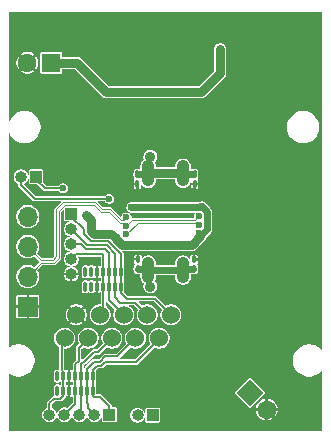
<source format=gbr>
%TF.GenerationSoftware,KiCad,Pcbnew,9.0.0*%
%TF.CreationDate,2025-03-11T18:34:40+03:00*%
%TF.ProjectId,Shield_Emergent_4,53686965-6c64-45f4-956d-657267656e74,rev?*%
%TF.SameCoordinates,Original*%
%TF.FileFunction,Copper,L4,Bot*%
%TF.FilePolarity,Positive*%
%FSLAX46Y46*%
G04 Gerber Fmt 4.6, Leading zero omitted, Abs format (unit mm)*
G04 Created by KiCad (PCBNEW 9.0.0) date 2025-03-11 18:34:40*
%MOMM*%
%LPD*%
G01*
G04 APERTURE LIST*
G04 Aperture macros list*
%AMRoundRect*
0 Rectangle with rounded corners*
0 $1 Rounding radius*
0 $2 $3 $4 $5 $6 $7 $8 $9 X,Y pos of 4 corners*
0 Add a 4 corners polygon primitive as box body*
4,1,4,$2,$3,$4,$5,$6,$7,$8,$9,$2,$3,0*
0 Add four circle primitives for the rounded corners*
1,1,$1+$1,$2,$3*
1,1,$1+$1,$4,$5*
1,1,$1+$1,$6,$7*
1,1,$1+$1,$8,$9*
0 Add four rect primitives between the rounded corners*
20,1,$1+$1,$2,$3,$4,$5,0*
20,1,$1+$1,$4,$5,$6,$7,0*
20,1,$1+$1,$6,$7,$8,$9,0*
20,1,$1+$1,$8,$9,$2,$3,0*%
%AMRotRect*
0 Rectangle, with rotation*
0 The origin of the aperture is its center*
0 $1 length*
0 $2 width*
0 $3 Rotation angle, in degrees counterclockwise*
0 Add horizontal line*
21,1,$1,$2,0,0,$3*%
G04 Aperture macros list end*
%TA.AperFunction,ComponentPad*%
%ADD10R,1.000000X1.000000*%
%TD*%
%TA.AperFunction,ComponentPad*%
%ADD11O,1.000000X1.000000*%
%TD*%
%TA.AperFunction,ComponentPad*%
%ADD12C,0.900000*%
%TD*%
%TA.AperFunction,ComponentPad*%
%ADD13O,1.100000X2.220000*%
%TD*%
%TA.AperFunction,ComponentPad*%
%ADD14C,1.524000*%
%TD*%
%TA.AperFunction,ComponentPad*%
%ADD15R,1.700000X1.700000*%
%TD*%
%TA.AperFunction,ComponentPad*%
%ADD16O,1.700000X1.700000*%
%TD*%
%TA.AperFunction,ComponentPad*%
%ADD17RotRect,1.600000X1.600000X315.000000*%
%TD*%
%TA.AperFunction,ComponentPad*%
%ADD18C,1.600000*%
%TD*%
%TA.AperFunction,ComponentPad*%
%ADD19R,1.600000X1.600000*%
%TD*%
%TA.AperFunction,SMDPad,CuDef*%
%ADD20RoundRect,0.100000X0.100000X-0.217500X0.100000X0.217500X-0.100000X0.217500X-0.100000X-0.217500X0*%
%TD*%
%TA.AperFunction,SMDPad,CuDef*%
%ADD21RoundRect,0.075000X0.075000X-0.350000X0.075000X0.350000X-0.075000X0.350000X-0.075000X-0.350000X0*%
%TD*%
%TA.AperFunction,SMDPad,CuDef*%
%ADD22RoundRect,0.100000X-0.100000X0.217500X-0.100000X-0.217500X0.100000X-0.217500X0.100000X0.217500X0*%
%TD*%
%TA.AperFunction,ViaPad*%
%ADD23C,0.600000*%
%TD*%
%TA.AperFunction,Conductor*%
%ADD24C,0.800000*%
%TD*%
%TA.AperFunction,Conductor*%
%ADD25C,0.112000*%
%TD*%
%TA.AperFunction,Conductor*%
%ADD26C,0.600000*%
%TD*%
%TA.AperFunction,Conductor*%
%ADD27C,0.200000*%
%TD*%
G04 APERTURE END LIST*
D10*
%TO.P,J4,1,Pin_1*%
%TO.N,K1*%
X8750000Y-34350000D03*
D11*
%TO.P,J4,2,Pin_2*%
%TO.N,K3*%
X7479999Y-34350000D03*
%TO.P,J4,3,Pin_3*%
%TO.N,K5*%
X6210000Y-34350000D03*
%TO.P,J4,4,Pin_4*%
%TO.N,K7*%
X4940000Y-34350000D03*
%TO.P,J4,5,Pin_5*%
%TO.N,K9*%
X3670001Y-34350000D03*
%TD*%
D12*
%TO.P,X1,*%
%TO.N,*%
X12200000Y-23500000D03*
X12200000Y-12500000D03*
D13*
%TO.P,X1,S1,SHIELD*%
%TO.N,Shield*%
X12030000Y-22100000D03*
X14970000Y-22100000D03*
X12030000Y-13900000D03*
X14970000Y-13900000D03*
%TD*%
D14*
%TO.P,J8,1,Pin_1*%
%TO.N,K2*%
X13950000Y-25880000D03*
%TO.P,J8,2,Pin_2*%
%TO.N,K1*%
X12950000Y-27880000D03*
%TO.P,J8,3,Pin_3*%
%TO.N,K4*%
X11949999Y-25880000D03*
%TO.P,J8,4,Pin_4*%
%TO.N,K3*%
X10950000Y-27880000D03*
%TO.P,J8,5,Pin_5*%
%TO.N,K6*%
X9950000Y-25880000D03*
%TO.P,J8,6,Pin_6*%
%TO.N,K5*%
X8950001Y-27880000D03*
%TO.P,J8,7,Pin_7*%
%TO.N,K8*%
X7950000Y-25880000D03*
%TO.P,J8,8,Pin_8*%
%TO.N,K7*%
X6950000Y-27880000D03*
%TO.P,J8,9,Pin_9*%
%TO.N,GND*%
X5950000Y-25880000D03*
%TO.P,J8,10,Pin_10*%
%TO.N,K9*%
X4950000Y-27880001D03*
%TD*%
D15*
%TO.P,J2,1,Pin_1*%
%TO.N,GND*%
X1830000Y-25190000D03*
D16*
%TO.P,J2,2,Pin_2*%
%TO.N,D+*%
X1830000Y-22650000D03*
%TO.P,J2,3,Pin_3*%
%TO.N,D-*%
X1830000Y-20110001D03*
%TO.P,J2,4,Pin_4*%
%TO.N,VBUS*%
X1830000Y-17570000D03*
%TD*%
D10*
%TO.P,J6,1,Pin_1*%
%TO.N,EN2*%
X12400000Y-34380000D03*
D11*
%TO.P,J6,2,Pin_2*%
%TO.N,nFLT2*%
X11129999Y-34380000D03*
%TD*%
D17*
%TO.P,C4,1*%
%TO.N,VOUT2*%
X20640000Y-32500000D03*
D18*
%TO.P,C4,2*%
%TO.N,GND*%
X22054214Y-33914214D03*
%TD*%
D10*
%TO.P,J5,1,Pin_1*%
%TO.N,EN1*%
X2530000Y-14200000D03*
D11*
%TO.P,J5,2,Pin_2*%
%TO.N,nFLT1*%
X1259999Y-14200000D03*
%TD*%
D10*
%TO.P,J7,1,Pin_1*%
%TO.N,K2*%
X5510000Y-17355000D03*
D11*
%TO.P,J7,2,Pin_2*%
%TO.N,K4*%
X5510000Y-18625001D03*
%TO.P,J7,3,Pin_3*%
%TO.N,K6*%
X5510000Y-19895000D03*
%TO.P,J7,4,Pin_4*%
%TO.N,K8*%
X5510000Y-21165000D03*
%TO.P,J7,5,Pin_5*%
%TO.N,GND*%
X5510000Y-22434999D03*
%TD*%
D19*
%TO.P,C1,1*%
%TO.N,VOUT1*%
X3805113Y-4550000D03*
D18*
%TO.P,C1,2*%
%TO.N,GND*%
X1805113Y-4550000D03*
%TD*%
D20*
%TO.P,R2,1*%
%TO.N,Shield*%
X15910000Y-22007500D03*
%TO.P,R2,2*%
%TO.N,GND*%
X15910000Y-21192500D03*
%TD*%
D21*
%TO.P,U5,1,1*%
%TO.N,K1*%
X7350000Y-32325000D03*
%TO.P,U5,2,2*%
%TO.N,K3*%
X6850000Y-32325000D03*
%TO.P,U5,3,3*%
%TO.N,K5*%
X6350000Y-32325000D03*
%TO.P,U5,4,4*%
%TO.N,K7*%
X5850000Y-32325000D03*
%TO.P,U5,5,5*%
%TO.N,GND*%
X5350000Y-32325000D03*
%TO.P,U5,6,6*%
%TO.N,K9*%
X4850000Y-32325000D03*
%TO.P,U5,7,7*%
%TO.N,unconnected-(U5-Pad7)*%
X4350000Y-32325000D03*
%TO.P,U5,8,8*%
%TO.N,unconnected-(U5-Pad8)*%
X4350000Y-31075000D03*
%TO.P,U5,9,9*%
%TO.N,K9*%
X4850000Y-31075000D03*
%TO.P,U5,10,10*%
%TO.N,GND*%
X5350000Y-31075000D03*
%TO.P,U5,11,11*%
%TO.N,K7*%
X5850000Y-31075000D03*
%TO.P,U5,12,12*%
%TO.N,K5*%
X6350000Y-31075000D03*
%TO.P,U5,13,13*%
%TO.N,K3*%
X6850000Y-31075000D03*
%TO.P,U5,14,14*%
%TO.N,K1*%
X7350000Y-31075000D03*
%TD*%
D22*
%TO.P,R1,1*%
%TO.N,Shield*%
X15960000Y-13982500D03*
%TO.P,R1,2*%
%TO.N,GND*%
X15960000Y-14797500D03*
%TD*%
%TO.P,R3,1*%
%TO.N,Shield*%
X11120000Y-13992500D03*
%TO.P,R3,2*%
%TO.N,GND*%
X11120000Y-14807500D03*
%TD*%
D21*
%TO.P,U6,1,1*%
%TO.N,K2*%
X9720000Y-23505000D03*
%TO.P,U6,2,2*%
%TO.N,K4*%
X9220000Y-23505000D03*
%TO.P,U6,3,3*%
%TO.N,K6*%
X8720000Y-23505000D03*
%TO.P,U6,4,4*%
%TO.N,K8*%
X8220000Y-23505000D03*
%TO.P,U6,5,5*%
%TO.N,GND*%
X7720000Y-23505000D03*
%TO.P,U6,6,6*%
%TO.N,unconnected-(U6-Pad6)*%
X7220000Y-23505000D03*
%TO.P,U6,7,7*%
%TO.N,unconnected-(U6-Pad7)*%
X6720000Y-23505000D03*
%TO.P,U6,8,8*%
%TO.N,unconnected-(U6-Pad8)*%
X6720000Y-22255000D03*
%TO.P,U6,9,9*%
%TO.N,unconnected-(U6-Pad9)*%
X7220000Y-22255000D03*
%TO.P,U6,10,10*%
%TO.N,GND*%
X7720000Y-22255000D03*
%TO.P,U6,11,11*%
%TO.N,K8*%
X8220000Y-22255000D03*
%TO.P,U6,12,12*%
%TO.N,K6*%
X8720000Y-22255000D03*
%TO.P,U6,13,13*%
%TO.N,K4*%
X9220000Y-22255000D03*
%TO.P,U6,14,14*%
%TO.N,K2*%
X9720000Y-22255000D03*
%TD*%
D20*
%TO.P,R5,1*%
%TO.N,Shield*%
X11150000Y-21997500D03*
%TO.P,R5,2*%
%TO.N,GND*%
X11150000Y-21182500D03*
%TD*%
D23*
%TO.N,VOUT1*%
X18120000Y-3420000D03*
X18120000Y-4030000D03*
X18120000Y-4670000D03*
%TO.N,GND*%
X20730000Y-14910000D03*
X20170000Y-5990000D03*
X13770000Y-23330000D03*
X22600000Y-19200000D03*
X7180000Y-24820000D03*
X17830000Y-13770000D03*
X16690000Y-8490000D03*
X4600000Y-5800000D03*
X4620000Y-7220000D03*
X20009988Y-19833079D03*
X23510000Y-1250000D03*
X9750000Y-5870000D03*
X8000000Y-4490000D03*
X24240000Y-22480000D03*
X12920000Y-3100000D03*
X1930000Y-35140000D03*
X22400000Y-16400000D03*
X20000000Y-10360000D03*
X25830000Y-34270000D03*
X10870000Y-33100000D03*
X3050000Y-23890000D03*
X25930000Y-3640000D03*
X4340000Y-33570000D03*
X4380000Y-11180000D03*
X8960000Y-8580000D03*
X8190000Y-3240000D03*
X21730000Y-9330000D03*
X20000000Y-22150000D03*
X10750000Y-5860000D03*
X22030000Y-6640000D03*
X670000Y-23750000D03*
X26030000Y-24750000D03*
X21510000Y-27000000D03*
X15900000Y-31900000D03*
X910000Y-21340000D03*
X3830000Y-9640000D03*
X2200000Y-5800000D03*
X3890000Y-23260000D03*
X10770000Y-3310000D03*
X22760000Y-34690000D03*
X2310000Y-11940000D03*
X15950000Y-3140000D03*
X18650000Y-16170000D03*
X16110000Y-34600000D03*
X19850000Y-20480000D03*
X17100000Y-14000000D03*
X25070000Y-6160000D03*
X1320000Y-6070000D03*
X19340000Y-31200000D03*
X13140000Y-23030000D03*
X4450000Y-22050000D03*
X13820000Y-3190000D03*
X12750000Y-5810000D03*
X3610000Y-17980000D03*
X17770000Y-12080000D03*
X15190000Y-10680000D03*
X13800000Y-20800000D03*
X930000Y-980000D03*
X19080000Y-4140000D03*
X21610000Y-28470000D03*
X25910000Y-15680000D03*
X9510000Y-31030000D03*
X21300000Y-12830000D03*
X13360000Y-33100000D03*
X22400000Y-20200000D03*
X4170000Y-29900000D03*
X1220000Y-2580000D03*
X24290000Y-18800000D03*
X12200000Y-11400000D03*
X22550000Y-28650000D03*
X8500000Y-31000000D03*
X14690000Y-29970000D03*
X8430000Y-1120000D03*
X20010000Y-2770000D03*
X6950000Y-26630000D03*
X20310000Y-35150000D03*
X12390000Y-1480000D03*
X10400000Y-11400000D03*
X5670000Y-11950000D03*
X22400000Y-23200000D03*
X4720000Y-26490000D03*
X23220000Y-33000000D03*
X25450000Y-8050000D03*
X18980000Y-30240000D03*
X22450000Y-29930000D03*
X18480000Y-24080000D03*
X6060000Y-6020000D03*
X25980000Y-6630000D03*
X720000Y-6820000D03*
X12370000Y-30300000D03*
X16110000Y-33840000D03*
X16590000Y-15370000D03*
X13000000Y-20800000D03*
X10390000Y-12350000D03*
X10000000Y-35000000D03*
X11310000Y-11970000D03*
X10340000Y-20810000D03*
X10200000Y-15200000D03*
X890000Y-18820000D03*
X10500000Y-21410000D03*
X22400000Y-18200000D03*
X22600000Y-22200000D03*
X14800000Y-3120000D03*
X3610000Y-19660000D03*
X13860000Y-12060000D03*
X7510000Y-14560000D03*
X17710000Y-10360000D03*
X4730000Y-14260000D03*
X5520000Y-1720000D03*
X17850000Y-17890000D03*
X15960000Y-32990000D03*
X7420000Y-15350000D03*
X4940000Y-25000000D03*
X13460000Y-6050000D03*
X19750000Y-24750000D03*
X22050000Y-11250000D03*
X8530000Y-5810000D03*
X23050000Y-7930000D03*
X14430000Y-23690000D03*
X22400000Y-17200000D03*
X3370000Y-22220000D03*
X7270000Y-12720000D03*
X5300000Y-30000000D03*
X11030000Y-23140000D03*
X7250000Y-13750000D03*
X10400000Y-14400000D03*
X18730000Y-19160000D03*
X26360000Y-20030000D03*
X15460000Y-30220000D03*
X22210000Y-13100000D03*
X18740000Y-35350000D03*
X16950000Y-27810000D03*
X14900000Y-5920000D03*
X21670000Y-7220000D03*
X19500000Y-16760000D03*
X3560000Y-2790000D03*
X16030000Y-5640000D03*
X21030000Y-2580000D03*
X18130000Y-26220000D03*
X740000Y-26770000D03*
X17070000Y-23920000D03*
X14890000Y-28190000D03*
X19050000Y-28590000D03*
X2190000Y-26860000D03*
X2120000Y-2870000D03*
X26190000Y-750000D03*
X20670000Y-34510000D03*
X22050000Y-3450000D03*
X20610000Y-8480000D03*
X22500000Y-26750000D03*
X10000000Y-33000000D03*
X11780000Y-5770000D03*
X17400000Y-15400000D03*
X11480000Y-8670000D03*
X13480000Y-8710000D03*
X1000000Y-33500000D03*
X19820000Y-18150000D03*
X7540000Y-21390000D03*
X19820000Y-25660000D03*
X22400000Y-21200000D03*
%TO.N,VBUS*%
X16313481Y-18991601D03*
X6800000Y-17446926D03*
X7415000Y-19035000D03*
X10150000Y-19948632D03*
X10600000Y-16800000D03*
X16550000Y-16700000D03*
X7210554Y-18270000D03*
%TO.N,D+*%
X10189000Y-18363500D03*
X16313477Y-17527000D03*
%TO.N,D-*%
X10189000Y-17636500D03*
X10124302Y-19087618D03*
X16314920Y-18254003D03*
%TO.N,nFLT1*%
X8740000Y-16060000D03*
%TO.N,EN1*%
X4800000Y-15170000D03*
%TD*%
D24*
%TO.N,VOUT1*%
X8490000Y-7020000D02*
X6020000Y-4550000D01*
X6020000Y-4550000D02*
X3805113Y-4550000D01*
X16530000Y-7020000D02*
X8490000Y-7020000D01*
X18120000Y-3420000D02*
X18120000Y-4030000D01*
X18120000Y-5430000D02*
X16530000Y-7020000D01*
X18120000Y-4030000D02*
X18120000Y-4670000D01*
X18120000Y-4670000D02*
X18120000Y-5430000D01*
D25*
%TO.N,VBUS*%
X1800001Y-17870001D02*
X1800000Y-17870001D01*
D24*
X8905000Y-19035000D02*
X7415000Y-19035000D01*
D26*
X17041920Y-17191920D02*
X16550000Y-16700000D01*
D24*
X15757922Y-19948632D02*
X16456554Y-19250000D01*
D26*
X10600000Y-16800000D02*
X16450000Y-16800000D01*
X16456554Y-19250000D02*
X17041920Y-18664634D01*
X17041920Y-18664634D02*
X17041920Y-17191920D01*
D24*
X9297302Y-19430173D02*
X9297302Y-19427302D01*
X7210554Y-18270000D02*
X7210554Y-17857480D01*
X7210554Y-18270000D02*
X7210554Y-18830554D01*
X9297302Y-19427302D02*
X8905000Y-19035000D01*
X10150000Y-19948632D02*
X15757922Y-19948632D01*
X10150000Y-19948632D02*
X9815761Y-19948632D01*
X7210554Y-18830554D02*
X7415000Y-19035000D01*
D26*
X16450000Y-16800000D02*
X16550000Y-16700000D01*
D24*
X9815761Y-19948632D02*
X9297302Y-19430173D01*
X7210554Y-17857480D02*
X6800000Y-17446926D01*
D25*
%TO.N,D+*%
X4499500Y-17059500D02*
X4499500Y-21039500D01*
X10672000Y-17880500D02*
X10189000Y-18363500D01*
X4039500Y-21499500D02*
X2980500Y-21499500D01*
X9945000Y-18119500D02*
X9619500Y-18119500D01*
X4499500Y-21039500D02*
X4039500Y-21499500D01*
X2980500Y-21499500D02*
X1830000Y-22650000D01*
X8689501Y-17189501D02*
X8020502Y-17189501D01*
X10189000Y-18363500D02*
X9945000Y-18119500D01*
X16313477Y-17527000D02*
X15959977Y-17880500D01*
X7440501Y-16609500D02*
X4949500Y-16609500D01*
X9619500Y-18119500D02*
X8689501Y-17189501D01*
X8020502Y-17189501D02*
X7440501Y-16609500D01*
X15959977Y-17880500D02*
X10672000Y-17880500D01*
X4949500Y-16609500D02*
X4499500Y-17059500D01*
%TO.N,D-*%
X4850500Y-16370500D02*
X4260500Y-16960500D01*
X3940500Y-21260500D02*
X2980500Y-21260500D01*
X16314920Y-18254003D02*
X16180417Y-18119500D01*
X7539499Y-16370500D02*
X4850500Y-16370500D01*
X2980500Y-21260500D02*
X1830001Y-20110001D01*
X11150000Y-18119500D02*
X10181882Y-19087618D01*
X4260500Y-16960500D02*
X4260500Y-20940500D01*
X10181882Y-19087618D02*
X10124302Y-19087618D01*
X9945000Y-17880500D02*
X9718498Y-17880500D01*
X8119500Y-16950501D02*
X7539499Y-16370500D01*
X10189000Y-17636500D02*
X9945000Y-17880500D01*
X4260500Y-20940500D02*
X3940500Y-21260500D01*
X8788499Y-16950501D02*
X8119500Y-16950501D01*
X16180417Y-18119500D02*
X11150000Y-18119500D01*
X1830001Y-20110001D02*
X1830000Y-20110001D01*
X9718498Y-17880500D02*
X8788499Y-16950501D01*
D27*
%TO.N,nFLT1*%
X2412893Y-16060000D02*
X1259999Y-14907106D01*
X8740000Y-16060000D02*
X2412893Y-16060000D01*
X1259999Y-14907106D02*
X1259999Y-14200000D01*
%TO.N,EN1*%
X4800000Y-15170000D02*
X3260000Y-15170000D01*
X2530000Y-14440000D02*
X2530000Y-14200000D01*
X3260000Y-15170000D02*
X2530000Y-14440000D01*
D26*
%TO.N,Shield*%
X15062500Y-13992500D02*
X14970000Y-13900000D01*
X11200000Y-22007500D02*
X11937500Y-22007500D01*
X11200000Y-13992500D02*
X11937500Y-13992500D01*
D24*
X14970000Y-13900000D02*
X12030000Y-13900000D01*
D26*
X14970000Y-22100000D02*
X12030000Y-22100000D01*
X11937500Y-22007500D02*
X12030000Y-22100000D01*
X15062500Y-22007500D02*
X14970000Y-22100000D01*
X11937500Y-13992500D02*
X12030000Y-13900000D01*
X15800000Y-13992500D02*
X15062500Y-13992500D01*
X15800000Y-22007500D02*
X15062500Y-22007500D01*
D27*
%TO.N,K5*%
X6350000Y-31075000D02*
X6350000Y-32139998D01*
X6350000Y-30050000D02*
X6350000Y-31075000D01*
X6460002Y-32250000D02*
X6460002Y-32719168D01*
X7420000Y-29050000D02*
X6620000Y-29850000D01*
X6350000Y-32325000D02*
X6350000Y-34210000D01*
X6350000Y-32139998D02*
X6460002Y-32250000D01*
X6460002Y-31904999D02*
X6460002Y-32250000D01*
X7780001Y-29050000D02*
X8950001Y-27880000D01*
X6450000Y-30770830D02*
X6450000Y-31125000D01*
X8460001Y-27550002D02*
X8689999Y-27780000D01*
X6550000Y-29850000D02*
X6350000Y-30050000D01*
X6350000Y-34210000D02*
X6210000Y-34350000D01*
X7420000Y-29050000D02*
X7780001Y-29050000D01*
X6620000Y-29850000D02*
X6550000Y-29850000D01*
%TO.N,K3*%
X7450000Y-29850000D02*
X7937552Y-29850000D01*
X6850000Y-32325000D02*
X6850000Y-31075000D01*
X6850000Y-33350000D02*
X6850000Y-32325000D01*
X6900000Y-33400000D02*
X6850000Y-33350000D01*
X7937552Y-29850000D02*
X8377552Y-29410000D01*
X6850000Y-30450000D02*
X7450000Y-29850000D01*
X7479999Y-34350000D02*
X6900000Y-33770001D01*
X6850000Y-31075000D02*
X6850000Y-30450000D01*
X8377552Y-29410000D02*
X9420000Y-29410000D01*
X9420000Y-29410000D02*
X10950000Y-27880000D01*
X6900000Y-33770001D02*
X6900000Y-33400000D01*
%TO.N,K1*%
X11010000Y-29900000D02*
X12950000Y-27960000D01*
X12950000Y-27960000D02*
X12950000Y-27880000D01*
X7700000Y-30200000D02*
X8050000Y-30200000D01*
X7350000Y-32325000D02*
X7350000Y-32749997D01*
X7460002Y-32839999D02*
X7450002Y-32849999D01*
X7350000Y-31075000D02*
X7350000Y-32325000D01*
X7350000Y-31075000D02*
X7350000Y-30550000D01*
X7960002Y-32839999D02*
X7950002Y-32849999D01*
X7350000Y-30550000D02*
X7700000Y-30200000D01*
X7450002Y-32849999D02*
X7950002Y-32849999D01*
X8750000Y-33649997D02*
X8750000Y-34350000D01*
X7350000Y-32749997D02*
X7450002Y-32849999D01*
X8050000Y-30200000D02*
X8350000Y-29900000D01*
X7950002Y-32849999D02*
X8750000Y-33649997D01*
X8350000Y-29900000D02*
X11010000Y-29900000D01*
%TO.N,K9*%
X4700000Y-30570830D02*
X4850000Y-30720830D01*
X4700000Y-28130001D02*
X4700000Y-30570830D01*
X4850000Y-32325000D02*
X4850000Y-32749999D01*
X4850000Y-32749999D02*
X4599999Y-33000000D01*
X4050000Y-33000000D02*
X3670001Y-33379999D01*
X3670001Y-33379999D02*
X3670001Y-34350000D01*
X4599999Y-33000000D02*
X4050000Y-33000000D01*
X4950000Y-27880001D02*
X4700000Y-28130001D01*
X4850000Y-31075000D02*
X4850000Y-32325000D01*
X4850000Y-30720830D02*
X4850000Y-31075000D01*
%TO.N,K7*%
X5850000Y-33440000D02*
X5850000Y-32325000D01*
X6150000Y-28680000D02*
X6950000Y-27880000D01*
X4940000Y-34350000D02*
X5850000Y-33440000D01*
X6150000Y-29787552D02*
X6150000Y-28680000D01*
X5850000Y-31075000D02*
X5850000Y-30087552D01*
X5850000Y-30087552D02*
X6150000Y-29787552D01*
X5850000Y-32325000D02*
X5850000Y-31075000D01*
%TO.N,K6*%
X5510000Y-19895000D02*
X5510000Y-20060000D01*
X8379521Y-20324000D02*
X6746551Y-20324000D01*
X8720000Y-22525000D02*
X8720000Y-20664479D01*
X8720000Y-22255000D02*
X8720000Y-23505000D01*
X6746551Y-20324000D02*
X6317551Y-19895000D01*
X8720000Y-20664479D02*
X8379521Y-20324000D01*
X6317551Y-19895000D02*
X5510000Y-19895000D01*
X8720000Y-23505000D02*
X8720000Y-24650000D01*
X8720000Y-24650000D02*
X9950000Y-25880000D01*
%TO.N,K8*%
X8220000Y-23505000D02*
X8220000Y-25610000D01*
X8220000Y-22255000D02*
X8220000Y-23505000D01*
X8130000Y-20740000D02*
X8220000Y-20830000D01*
X8220000Y-25610000D02*
X7950000Y-25880000D01*
X5935000Y-20740000D02*
X8130000Y-20740000D01*
X5510000Y-21165000D02*
X5935000Y-20740000D01*
X8220000Y-20830000D02*
X8220000Y-22525000D01*
%TO.N,K2*%
X9720000Y-24030000D02*
X10223000Y-24533000D01*
X6577000Y-19083712D02*
X7163288Y-19670000D01*
X6577000Y-18657000D02*
X6577000Y-19083712D01*
X5510000Y-17355000D02*
X5510000Y-17590000D01*
X10223000Y-24533000D02*
X12603000Y-24533000D01*
X9720000Y-23505000D02*
X9720000Y-24030000D01*
X8670302Y-19689885D02*
X9720000Y-20739583D01*
X8670302Y-19687014D02*
X8670302Y-19689885D01*
X9720000Y-22255000D02*
X9720000Y-23505000D01*
X9720000Y-20739583D02*
X9720000Y-22525000D01*
X7163288Y-19670000D02*
X8653288Y-19670000D01*
X12603000Y-24533000D02*
X13950000Y-25880000D01*
X8653288Y-19670000D02*
X8670302Y-19687014D01*
X5510000Y-17590000D02*
X6577000Y-18657000D01*
%TO.N,K4*%
X8514969Y-19997000D02*
X9220000Y-20702031D01*
X9220000Y-23505000D02*
X9220000Y-23929999D01*
X5510000Y-18625001D02*
X6881999Y-19997000D01*
X9210000Y-23939999D02*
X9210000Y-24400000D01*
X10929999Y-24860000D02*
X11949999Y-25880000D01*
X6881999Y-19997000D02*
X8514969Y-19997000D01*
X9220000Y-23929999D02*
X9210000Y-23939999D01*
X9220000Y-20702031D02*
X9220000Y-22525000D01*
X9210000Y-24400000D02*
X9670000Y-24860000D01*
X9220000Y-22255000D02*
X9220000Y-23505000D01*
X9670000Y-24860000D02*
X10929999Y-24860000D01*
%TD*%
%TA.AperFunction,Conductor*%
%TO.N,GND*%
G36*
X26742471Y-257529D02*
G01*
X26749500Y-274500D01*
X26749500Y-28871443D01*
X26742471Y-28888414D01*
X26725500Y-28895443D01*
X26708529Y-28888414D01*
X26706084Y-28885550D01*
X26689261Y-28862396D01*
X26689259Y-28862394D01*
X26689257Y-28862391D01*
X26537609Y-28710743D01*
X26537605Y-28710740D01*
X26537604Y-28710739D01*
X26364112Y-28584689D01*
X26364105Y-28584685D01*
X26173020Y-28487323D01*
X26173014Y-28487320D01*
X25969058Y-28421050D01*
X25969054Y-28421049D01*
X25969053Y-28421049D01*
X25757231Y-28387500D01*
X25542769Y-28387500D01*
X25330947Y-28421049D01*
X25330945Y-28421049D01*
X25330942Y-28421050D01*
X25330940Y-28421050D01*
X25126985Y-28487320D01*
X25126979Y-28487323D01*
X24935894Y-28584685D01*
X24935887Y-28584689D01*
X24762395Y-28710739D01*
X24610739Y-28862395D01*
X24484689Y-29035887D01*
X24484685Y-29035894D01*
X24387323Y-29226979D01*
X24387320Y-29226985D01*
X24321050Y-29430940D01*
X24321050Y-29430942D01*
X24321049Y-29430945D01*
X24321049Y-29430947D01*
X24287500Y-29642769D01*
X24287500Y-29857231D01*
X24321049Y-30069053D01*
X24321050Y-30069057D01*
X24321050Y-30069059D01*
X24387320Y-30273014D01*
X24387323Y-30273020D01*
X24484685Y-30464105D01*
X24484689Y-30464112D01*
X24610739Y-30637604D01*
X24610743Y-30637609D01*
X24762391Y-30789257D01*
X24762394Y-30789259D01*
X24762395Y-30789260D01*
X24935887Y-30915310D01*
X24935894Y-30915314D01*
X25126982Y-31012678D01*
X25330947Y-31078951D01*
X25542769Y-31112500D01*
X25542772Y-31112500D01*
X25757228Y-31112500D01*
X25757231Y-31112500D01*
X25969053Y-31078951D01*
X26173018Y-31012678D01*
X26364106Y-30915314D01*
X26411395Y-30880957D01*
X26449501Y-30853271D01*
X26537609Y-30789257D01*
X26689257Y-30637609D01*
X26706084Y-30614448D01*
X26721745Y-30604851D01*
X26739606Y-30609138D01*
X26749204Y-30624800D01*
X26749500Y-30628555D01*
X26749500Y-35725500D01*
X26742471Y-35742471D01*
X26725500Y-35749500D01*
X274500Y-35749500D01*
X257529Y-35742471D01*
X250500Y-35725500D01*
X250500Y-34288192D01*
X3042501Y-34288192D01*
X3042501Y-34411807D01*
X3066614Y-34533030D01*
X3066617Y-34533037D01*
X3113915Y-34647229D01*
X3133963Y-34677233D01*
X3182590Y-34750008D01*
X3269993Y-34837411D01*
X3352526Y-34892558D01*
X3372771Y-34906085D01*
X3429867Y-34929734D01*
X3486966Y-34953385D01*
X3486969Y-34953385D01*
X3486970Y-34953386D01*
X3571006Y-34970102D01*
X3608198Y-34977500D01*
X3608202Y-34977500D01*
X3731800Y-34977500D01*
X3731804Y-34977500D01*
X3853036Y-34953385D01*
X3941360Y-34916800D01*
X3967230Y-34906085D01*
X3967231Y-34906084D01*
X3967234Y-34906083D01*
X4070009Y-34837411D01*
X4157412Y-34750008D01*
X4226084Y-34647233D01*
X4273386Y-34533035D01*
X4281461Y-34492437D01*
X4291666Y-34477165D01*
X4309682Y-34473581D01*
X4324955Y-34483786D01*
X4328539Y-34492437D01*
X4336614Y-34533032D01*
X4336616Y-34533037D01*
X4383914Y-34647229D01*
X4403962Y-34677233D01*
X4452589Y-34750008D01*
X4539992Y-34837411D01*
X4622525Y-34892558D01*
X4642770Y-34906085D01*
X4699866Y-34929734D01*
X4756965Y-34953385D01*
X4756968Y-34953385D01*
X4756969Y-34953386D01*
X4841005Y-34970102D01*
X4878197Y-34977500D01*
X4878201Y-34977500D01*
X5001799Y-34977500D01*
X5001803Y-34977500D01*
X5123035Y-34953385D01*
X5211359Y-34916800D01*
X5237229Y-34906085D01*
X5237230Y-34906084D01*
X5237233Y-34906083D01*
X5340008Y-34837411D01*
X5427411Y-34750008D01*
X5496083Y-34647233D01*
X5543385Y-34533035D01*
X5551461Y-34492435D01*
X5561666Y-34477162D01*
X5579682Y-34473578D01*
X5594955Y-34483783D01*
X5598539Y-34492435D01*
X5606613Y-34533030D01*
X5606616Y-34533037D01*
X5653914Y-34647229D01*
X5673962Y-34677233D01*
X5722589Y-34750008D01*
X5809992Y-34837411D01*
X5892525Y-34892558D01*
X5912770Y-34906085D01*
X5969866Y-34929734D01*
X6026965Y-34953385D01*
X6026968Y-34953385D01*
X6026969Y-34953386D01*
X6111005Y-34970102D01*
X6148197Y-34977500D01*
X6148201Y-34977500D01*
X6271799Y-34977500D01*
X6271803Y-34977500D01*
X6393035Y-34953385D01*
X6481359Y-34916800D01*
X6507229Y-34906085D01*
X6507230Y-34906084D01*
X6507233Y-34906083D01*
X6610008Y-34837411D01*
X6697411Y-34750008D01*
X6766083Y-34647233D01*
X6813385Y-34533035D01*
X6821460Y-34492437D01*
X6831665Y-34477165D01*
X6849681Y-34473581D01*
X6864954Y-34483786D01*
X6868538Y-34492437D01*
X6876613Y-34533032D01*
X6876615Y-34533037D01*
X6923913Y-34647229D01*
X6943961Y-34677233D01*
X6992588Y-34750008D01*
X7079991Y-34837411D01*
X7162524Y-34892558D01*
X7182769Y-34906085D01*
X7239865Y-34929734D01*
X7296964Y-34953385D01*
X7296967Y-34953385D01*
X7296968Y-34953386D01*
X7381004Y-34970102D01*
X7418196Y-34977500D01*
X7418200Y-34977500D01*
X7541798Y-34977500D01*
X7541802Y-34977500D01*
X7663034Y-34953385D01*
X7751358Y-34916800D01*
X7777228Y-34906085D01*
X7777229Y-34906084D01*
X7777232Y-34906083D01*
X7880007Y-34837411D01*
X7967410Y-34750008D01*
X8036082Y-34647233D01*
X8041455Y-34634263D01*
X8076327Y-34550072D01*
X8089315Y-34537083D01*
X8107684Y-34537083D01*
X8120673Y-34550071D01*
X8122500Y-34559256D01*
X8122500Y-34862562D01*
X8129897Y-34899746D01*
X8129897Y-34899747D01*
X8129898Y-34899748D01*
X8158078Y-34941922D01*
X8200252Y-34970102D01*
X8237442Y-34977500D01*
X8237446Y-34977500D01*
X9262554Y-34977500D01*
X9262558Y-34977500D01*
X9299748Y-34970102D01*
X9341922Y-34941922D01*
X9370102Y-34899748D01*
X9377500Y-34862558D01*
X9377500Y-34318192D01*
X10502499Y-34318192D01*
X10502499Y-34441807D01*
X10526612Y-34563030D01*
X10526615Y-34563037D01*
X10573913Y-34677229D01*
X10573916Y-34677233D01*
X10642588Y-34780008D01*
X10729991Y-34867411D01*
X10767626Y-34892558D01*
X10832769Y-34936085D01*
X10874532Y-34953383D01*
X10946964Y-34983385D01*
X10946967Y-34983385D01*
X10946968Y-34983386D01*
X11031004Y-35000102D01*
X11068196Y-35007500D01*
X11068200Y-35007500D01*
X11191798Y-35007500D01*
X11191802Y-35007500D01*
X11313034Y-34983385D01*
X11413133Y-34941923D01*
X11427228Y-34936085D01*
X11427229Y-34936084D01*
X11427232Y-34936083D01*
X11530007Y-34867411D01*
X11617410Y-34780008D01*
X11686082Y-34677233D01*
X11698509Y-34647233D01*
X11726327Y-34580072D01*
X11739315Y-34567083D01*
X11757684Y-34567083D01*
X11770673Y-34580071D01*
X11772500Y-34589256D01*
X11772500Y-34892562D01*
X11779897Y-34929746D01*
X11779897Y-34929747D01*
X11779898Y-34929748D01*
X11808078Y-34971922D01*
X11850252Y-35000102D01*
X11887442Y-35007500D01*
X11887446Y-35007500D01*
X12912554Y-35007500D01*
X12912558Y-35007500D01*
X12949748Y-35000102D01*
X12991922Y-34971922D01*
X13020102Y-34929748D01*
X13027500Y-34892558D01*
X13027500Y-33867442D01*
X13020102Y-33830252D01*
X13009386Y-33814214D01*
X21128944Y-33814214D01*
X21666898Y-33814214D01*
X21654214Y-33861553D01*
X21654214Y-33966875D01*
X21666898Y-34014214D01*
X21128944Y-34014214D01*
X21162836Y-34184605D01*
X21162838Y-34184612D01*
X21232715Y-34353309D01*
X21334164Y-34505139D01*
X21463288Y-34634263D01*
X21615118Y-34735712D01*
X21783813Y-34805588D01*
X21783822Y-34805590D01*
X21954214Y-34839482D01*
X21954214Y-34301529D01*
X22001553Y-34314214D01*
X22106875Y-34314214D01*
X22154214Y-34301529D01*
X22154214Y-34839482D01*
X22324605Y-34805590D01*
X22324614Y-34805588D01*
X22493309Y-34735712D01*
X22645139Y-34634263D01*
X22774263Y-34505139D01*
X22875712Y-34353309D01*
X22945589Y-34184612D01*
X22945591Y-34184605D01*
X22979484Y-34014214D01*
X22441530Y-34014214D01*
X22454214Y-33966875D01*
X22454214Y-33861553D01*
X22441530Y-33814214D01*
X22979483Y-33814214D01*
X22945591Y-33643822D01*
X22945589Y-33643815D01*
X22875712Y-33475118D01*
X22774263Y-33323288D01*
X22645139Y-33194164D01*
X22493309Y-33092715D01*
X22324612Y-33022838D01*
X22324605Y-33022836D01*
X22154214Y-32988944D01*
X22154214Y-33526898D01*
X22106875Y-33514214D01*
X22001553Y-33514214D01*
X21954214Y-33526898D01*
X21954214Y-32988944D01*
X21783822Y-33022836D01*
X21783815Y-33022838D01*
X21615118Y-33092715D01*
X21463288Y-33194164D01*
X21334164Y-33323288D01*
X21232715Y-33475118D01*
X21162838Y-33643815D01*
X21162836Y-33643822D01*
X21128944Y-33814214D01*
X13009386Y-33814214D01*
X12991922Y-33788078D01*
X12949748Y-33759898D01*
X12949747Y-33759897D01*
X12949746Y-33759897D01*
X12912562Y-33752500D01*
X12912558Y-33752500D01*
X11887442Y-33752500D01*
X11887437Y-33752500D01*
X11850253Y-33759897D01*
X11808080Y-33788076D01*
X11808076Y-33788080D01*
X11779897Y-33830253D01*
X11772500Y-33867437D01*
X11772500Y-34170743D01*
X11765471Y-34187714D01*
X11748500Y-34194743D01*
X11731529Y-34187714D01*
X11726327Y-34179927D01*
X11686084Y-34082770D01*
X11617411Y-33979994D01*
X11617410Y-33979992D01*
X11530007Y-33892589D01*
X11492372Y-33867442D01*
X11427228Y-33823914D01*
X11313036Y-33776616D01*
X11313029Y-33776613D01*
X11191806Y-33752500D01*
X11191802Y-33752500D01*
X11068196Y-33752500D01*
X11068191Y-33752500D01*
X10946968Y-33776613D01*
X10946961Y-33776616D01*
X10832769Y-33823914D01*
X10729993Y-33892587D01*
X10642586Y-33979994D01*
X10573913Y-34082770D01*
X10526615Y-34196962D01*
X10526612Y-34196969D01*
X10502499Y-34318192D01*
X9377500Y-34318192D01*
X9377500Y-33837442D01*
X9370102Y-33800252D01*
X9341922Y-33758078D01*
X9299748Y-33729898D01*
X9299747Y-33729897D01*
X9299746Y-33729897D01*
X9262562Y-33722500D01*
X9262558Y-33722500D01*
X9001500Y-33722500D01*
X8984529Y-33715471D01*
X8977500Y-33698500D01*
X8977500Y-33604743D01*
X8962639Y-33568867D01*
X8942865Y-33521129D01*
X8915969Y-33494233D01*
X8878868Y-33457131D01*
X8878868Y-33457132D01*
X8170382Y-32748646D01*
X8165180Y-32740859D01*
X8152868Y-32711133D01*
X8152867Y-32711132D01*
X8152867Y-32711131D01*
X8088870Y-32647134D01*
X8088868Y-32647133D01*
X8088867Y-32647132D01*
X8005256Y-32612500D01*
X8005255Y-32612500D01*
X7914749Y-32612500D01*
X7895018Y-32620672D01*
X7885836Y-32622499D01*
X7651500Y-32622499D01*
X7634529Y-32615470D01*
X7627500Y-32598499D01*
X7627500Y-32500000D01*
X19378632Y-32500000D01*
X19388526Y-32549747D01*
X19388527Y-32549749D01*
X19409449Y-32581061D01*
X19409593Y-32581276D01*
X20558724Y-33730407D01*
X20574488Y-33740940D01*
X20590250Y-33751472D01*
X20590252Y-33751473D01*
X20640000Y-33761368D01*
X20689748Y-33751473D01*
X20721276Y-33730407D01*
X21870407Y-32581276D01*
X21891473Y-32549748D01*
X21901368Y-32500000D01*
X21891473Y-32450252D01*
X21870407Y-32418724D01*
X20721276Y-31269593D01*
X20721061Y-31269449D01*
X20689749Y-31248527D01*
X20689747Y-31248526D01*
X20640000Y-31238632D01*
X20590252Y-31248526D01*
X20590250Y-31248527D01*
X20558726Y-31269591D01*
X19409591Y-32418726D01*
X19388527Y-32450250D01*
X19388526Y-32450252D01*
X19378632Y-32500000D01*
X7627500Y-32500000D01*
X7627500Y-31955059D01*
X7627499Y-31955051D01*
X7615751Y-31895988D01*
X7615750Y-31895986D01*
X7581545Y-31844795D01*
X7577500Y-31831461D01*
X7577500Y-31568537D01*
X7581545Y-31555203D01*
X7615751Y-31504012D01*
X7627500Y-31444944D01*
X7627500Y-30705056D01*
X7615751Y-30645988D01*
X7615749Y-30645986D01*
X7615749Y-30645984D01*
X7610669Y-30638381D01*
X7607085Y-30620366D01*
X7613652Y-30608079D01*
X7787205Y-30434529D01*
X7804175Y-30427500D01*
X8095254Y-30427500D01*
X8110697Y-30421102D01*
X8178868Y-30392865D01*
X8437204Y-30134529D01*
X8454175Y-30127500D01*
X11055254Y-30127500D01*
X11070697Y-30121102D01*
X11138868Y-30092865D01*
X12541935Y-28689796D01*
X12558905Y-28682768D01*
X12568089Y-28684595D01*
X12690539Y-28735316D01*
X12690546Y-28735318D01*
X12850854Y-28767205D01*
X12862392Y-28769500D01*
X12862396Y-28769500D01*
X13037604Y-28769500D01*
X13037608Y-28769500D01*
X13209458Y-28735317D01*
X13346728Y-28678458D01*
X13371332Y-28668267D01*
X13371333Y-28668266D01*
X13371336Y-28668265D01*
X13517023Y-28570920D01*
X13640920Y-28447023D01*
X13738265Y-28301336D01*
X13738268Y-28301330D01*
X13753456Y-28264661D01*
X13805317Y-28139458D01*
X13839500Y-27967608D01*
X13839500Y-27792392D01*
X13805317Y-27620542D01*
X13738267Y-27458668D01*
X13738267Y-27458667D01*
X13640921Y-27312979D01*
X13640920Y-27312977D01*
X13517023Y-27189080D01*
X13515027Y-27187746D01*
X13371332Y-27091732D01*
X13227795Y-27032278D01*
X13209458Y-27024683D01*
X13209457Y-27024682D01*
X13209453Y-27024681D01*
X13037612Y-26990500D01*
X13037608Y-26990500D01*
X12862392Y-26990500D01*
X12862387Y-26990500D01*
X12690546Y-27024681D01*
X12690539Y-27024684D01*
X12528667Y-27091732D01*
X12382979Y-27189078D01*
X12259078Y-27312979D01*
X12161732Y-27458667D01*
X12094684Y-27620539D01*
X12094681Y-27620546D01*
X12060500Y-27792387D01*
X12060500Y-27967612D01*
X12094681Y-28139453D01*
X12094682Y-28139457D01*
X12094683Y-28139458D01*
X12094683Y-28139459D01*
X12094684Y-28139460D01*
X12161733Y-28301332D01*
X12161735Y-28301337D01*
X12200937Y-28360008D01*
X12204521Y-28378023D01*
X12197953Y-28390312D01*
X10922796Y-29665471D01*
X10905825Y-29672500D01*
X9501412Y-29672500D01*
X9484441Y-29665471D01*
X9477412Y-29648500D01*
X9484441Y-29631529D01*
X9492227Y-29626327D01*
X9497007Y-29624346D01*
X9548868Y-29602865D01*
X10487644Y-28664088D01*
X10504614Y-28657060D01*
X10517946Y-28661103D01*
X10528664Y-28668265D01*
X10528666Y-28668266D01*
X10528668Y-28668267D01*
X10553272Y-28678458D01*
X10690542Y-28735317D01*
X10690545Y-28735317D01*
X10690546Y-28735318D01*
X10850854Y-28767205D01*
X10862392Y-28769500D01*
X10862396Y-28769500D01*
X11037604Y-28769500D01*
X11037608Y-28769500D01*
X11209458Y-28735317D01*
X11346728Y-28678458D01*
X11371332Y-28668267D01*
X11371333Y-28668266D01*
X11371336Y-28668265D01*
X11517023Y-28570920D01*
X11640920Y-28447023D01*
X11738265Y-28301336D01*
X11738268Y-28301330D01*
X11753456Y-28264661D01*
X11805317Y-28139458D01*
X11839500Y-27967608D01*
X11839500Y-27792392D01*
X11805317Y-27620542D01*
X11738267Y-27458668D01*
X11738267Y-27458667D01*
X11640921Y-27312979D01*
X11640920Y-27312977D01*
X11517023Y-27189080D01*
X11515027Y-27187746D01*
X11371332Y-27091732D01*
X11227795Y-27032278D01*
X11209458Y-27024683D01*
X11209457Y-27024682D01*
X11209453Y-27024681D01*
X11037612Y-26990500D01*
X11037608Y-26990500D01*
X10862392Y-26990500D01*
X10862387Y-26990500D01*
X10690546Y-27024681D01*
X10690539Y-27024684D01*
X10528667Y-27091732D01*
X10382979Y-27189078D01*
X10259078Y-27312979D01*
X10161732Y-27458667D01*
X10094684Y-27620539D01*
X10094681Y-27620546D01*
X10060500Y-27792387D01*
X10060500Y-27967612D01*
X10094681Y-28139453D01*
X10094682Y-28139457D01*
X10094683Y-28139458D01*
X10094683Y-28139459D01*
X10094684Y-28139460D01*
X10161732Y-28301330D01*
X10161733Y-28301332D01*
X10161735Y-28301336D01*
X10168895Y-28312052D01*
X10172478Y-28330067D01*
X10165910Y-28342355D01*
X9332796Y-29175471D01*
X9315825Y-29182500D01*
X8332298Y-29182500D01*
X8248686Y-29217132D01*
X7850348Y-29615471D01*
X7833377Y-29622500D01*
X7404746Y-29622500D01*
X7321131Y-29657135D01*
X6721132Y-30257135D01*
X6721131Y-30257134D01*
X6657138Y-30321128D01*
X6657136Y-30321130D01*
X6657135Y-30321132D01*
X6657135Y-30321133D01*
X6623673Y-30401914D01*
X6610684Y-30414902D01*
X6592315Y-30414902D01*
X6579327Y-30401913D01*
X6577500Y-30392729D01*
X6577500Y-30154174D01*
X6584528Y-30137204D01*
X6637205Y-30084529D01*
X6654175Y-30077500D01*
X6665254Y-30077500D01*
X6685636Y-30069057D01*
X6748868Y-30042865D01*
X7507205Y-29284529D01*
X7524176Y-29277500D01*
X7825255Y-29277500D01*
X7840698Y-29271102D01*
X7908869Y-29242865D01*
X8487645Y-28664088D01*
X8504615Y-28657060D01*
X8517947Y-28661103D01*
X8528665Y-28668265D01*
X8528667Y-28668266D01*
X8528669Y-28668267D01*
X8553273Y-28678458D01*
X8690543Y-28735317D01*
X8690546Y-28735317D01*
X8690547Y-28735318D01*
X8850855Y-28767205D01*
X8862393Y-28769500D01*
X8862397Y-28769500D01*
X9037605Y-28769500D01*
X9037609Y-28769500D01*
X9209459Y-28735317D01*
X9346729Y-28678458D01*
X9371333Y-28668267D01*
X9371334Y-28668266D01*
X9371337Y-28668265D01*
X9517024Y-28570920D01*
X9640921Y-28447023D01*
X9738266Y-28301336D01*
X9738269Y-28301330D01*
X9753457Y-28264661D01*
X9805318Y-28139458D01*
X9839501Y-27967608D01*
X9839501Y-27792392D01*
X9805318Y-27620542D01*
X9738268Y-27458668D01*
X9738268Y-27458667D01*
X9640922Y-27312979D01*
X9640921Y-27312977D01*
X9517024Y-27189080D01*
X9515028Y-27187746D01*
X9371333Y-27091732D01*
X9227796Y-27032278D01*
X9209459Y-27024683D01*
X9209458Y-27024682D01*
X9209454Y-27024681D01*
X9037613Y-26990500D01*
X9037609Y-26990500D01*
X8862393Y-26990500D01*
X8862388Y-26990500D01*
X8690547Y-27024681D01*
X8690540Y-27024684D01*
X8528668Y-27091732D01*
X8382980Y-27189078D01*
X8259079Y-27312979D01*
X8161733Y-27458667D01*
X8094685Y-27620539D01*
X8094682Y-27620546D01*
X8060501Y-27792387D01*
X8060501Y-27967612D01*
X8094682Y-28139453D01*
X8094683Y-28139457D01*
X8094684Y-28139458D01*
X8094684Y-28139459D01*
X8094685Y-28139460D01*
X8161733Y-28301330D01*
X8161734Y-28301332D01*
X8161736Y-28301336D01*
X8168896Y-28312052D01*
X8172479Y-28330067D01*
X8165911Y-28342355D01*
X7692797Y-28815471D01*
X7675826Y-28822500D01*
X7374746Y-28822500D01*
X7291134Y-28857132D01*
X6532796Y-29615471D01*
X6515825Y-29622500D01*
X6504746Y-29622500D01*
X6421134Y-29657132D01*
X6418469Y-29659797D01*
X6401497Y-29666824D01*
X6384527Y-29659793D01*
X6377500Y-29642824D01*
X6377500Y-28784175D01*
X6384529Y-28767205D01*
X6487643Y-28664090D01*
X6504614Y-28657060D01*
X6517946Y-28661103D01*
X6528664Y-28668265D01*
X6528666Y-28668266D01*
X6528668Y-28668267D01*
X6553272Y-28678458D01*
X6690542Y-28735317D01*
X6690545Y-28735317D01*
X6690546Y-28735318D01*
X6850854Y-28767205D01*
X6862392Y-28769500D01*
X6862396Y-28769500D01*
X7037604Y-28769500D01*
X7037608Y-28769500D01*
X7209458Y-28735317D01*
X7346728Y-28678458D01*
X7371332Y-28668267D01*
X7371333Y-28668266D01*
X7371336Y-28668265D01*
X7517023Y-28570920D01*
X7640920Y-28447023D01*
X7738265Y-28301336D01*
X7738268Y-28301330D01*
X7753456Y-28264661D01*
X7805317Y-28139458D01*
X7839500Y-27967608D01*
X7839500Y-27792392D01*
X7805317Y-27620542D01*
X7738267Y-27458668D01*
X7738267Y-27458667D01*
X7640921Y-27312979D01*
X7640920Y-27312977D01*
X7517023Y-27189080D01*
X7515027Y-27187746D01*
X7371332Y-27091732D01*
X7227795Y-27032278D01*
X7209458Y-27024683D01*
X7209457Y-27024682D01*
X7209453Y-27024681D01*
X7037612Y-26990500D01*
X7037608Y-26990500D01*
X6862392Y-26990500D01*
X6862387Y-26990500D01*
X6690546Y-27024681D01*
X6690539Y-27024684D01*
X6528667Y-27091732D01*
X6382979Y-27189078D01*
X6259078Y-27312979D01*
X6161732Y-27458667D01*
X6094684Y-27620539D01*
X6094681Y-27620546D01*
X6060500Y-27792387D01*
X6060500Y-27967612D01*
X6094681Y-28139453D01*
X6094682Y-28139457D01*
X6094683Y-28139458D01*
X6094683Y-28139459D01*
X6094684Y-28139460D01*
X6161732Y-28301330D01*
X6161733Y-28301332D01*
X6161735Y-28301336D01*
X6168895Y-28312052D01*
X6172478Y-28330067D01*
X6165910Y-28342354D01*
X6021132Y-28487134D01*
X5957138Y-28551128D01*
X5957136Y-28551130D01*
X5957135Y-28551132D01*
X5948938Y-28570921D01*
X5922500Y-28634746D01*
X5922500Y-29683377D01*
X5915471Y-29700348D01*
X5721132Y-29894687D01*
X5721131Y-29894686D01*
X5657138Y-29958680D01*
X5657136Y-29958682D01*
X5657135Y-29958684D01*
X5657135Y-29958685D01*
X5622500Y-30042298D01*
X5622500Y-30577872D01*
X5615471Y-30594843D01*
X5598500Y-30601872D01*
X5581529Y-30594843D01*
X5578545Y-30591205D01*
X5570637Y-30579370D01*
X5570629Y-30579362D01*
X5503817Y-30534721D01*
X5450000Y-30524014D01*
X5450000Y-31625982D01*
X5503815Y-31615279D01*
X5503820Y-31615277D01*
X5570629Y-31570637D01*
X5570634Y-31570632D01*
X5578544Y-31558794D01*
X5593817Y-31548588D01*
X5611833Y-31552171D01*
X5622039Y-31567444D01*
X5622500Y-31572127D01*
X5622500Y-31827872D01*
X5615471Y-31844843D01*
X5598500Y-31851872D01*
X5581529Y-31844843D01*
X5578545Y-31841205D01*
X5570637Y-31829370D01*
X5570629Y-31829362D01*
X5503817Y-31784721D01*
X5450000Y-31774014D01*
X5450000Y-32875982D01*
X5503815Y-32865279D01*
X5503820Y-32865277D01*
X5570629Y-32820637D01*
X5570634Y-32820632D01*
X5578544Y-32808794D01*
X5593817Y-32798588D01*
X5611833Y-32802171D01*
X5622039Y-32817444D01*
X5622500Y-32822127D01*
X5622500Y-33335824D01*
X5615471Y-33352795D01*
X5204106Y-33764160D01*
X5187135Y-33771189D01*
X5177951Y-33769362D01*
X5123037Y-33746615D01*
X5123030Y-33746613D01*
X5001807Y-33722500D01*
X5001803Y-33722500D01*
X4878197Y-33722500D01*
X4878192Y-33722500D01*
X4756969Y-33746613D01*
X4756962Y-33746616D01*
X4642770Y-33793914D01*
X4539994Y-33862587D01*
X4452587Y-33949994D01*
X4383914Y-34052770D01*
X4336616Y-34166962D01*
X4336614Y-34166967D01*
X4328539Y-34207562D01*
X4318333Y-34222835D01*
X4300317Y-34226418D01*
X4285044Y-34216212D01*
X4281461Y-34207561D01*
X4273387Y-34166969D01*
X4273386Y-34166967D01*
X4273386Y-34166965D01*
X4238512Y-34082770D01*
X4226086Y-34052770D01*
X4200324Y-34014214D01*
X4157412Y-33949992D01*
X4070009Y-33862589D01*
X3967234Y-33793917D01*
X3967233Y-33793916D01*
X3967231Y-33793915D01*
X3912316Y-33771168D01*
X3899328Y-33758179D01*
X3897501Y-33748995D01*
X3897501Y-33484174D01*
X3904530Y-33467203D01*
X4137205Y-33234529D01*
X4154176Y-33227500D01*
X4645253Y-33227500D01*
X4660696Y-33221102D01*
X4728867Y-33192865D01*
X5042866Y-32878867D01*
X5043059Y-32878403D01*
X5062459Y-32831562D01*
X5065594Y-32826132D01*
X5068005Y-32822990D01*
X5070994Y-32820994D01*
X5080788Y-32806336D01*
X5081262Y-32805719D01*
X5088581Y-32801494D01*
X5095616Y-32796793D01*
X5096442Y-32796957D01*
X5097171Y-32796537D01*
X5105334Y-32798725D01*
X5113632Y-32800376D01*
X5114417Y-32801161D01*
X5114913Y-32801294D01*
X5115408Y-32802152D01*
X5120255Y-32806999D01*
X5129362Y-32820629D01*
X5129370Y-32820637D01*
X5196180Y-32865278D01*
X5196183Y-32865279D01*
X5250000Y-32875983D01*
X5250000Y-31774016D01*
X5196183Y-31784720D01*
X5196180Y-31784721D01*
X5129370Y-31829362D01*
X5129363Y-31829369D01*
X5121455Y-31841205D01*
X5106182Y-31851410D01*
X5088166Y-31847826D01*
X5077961Y-31832553D01*
X5077500Y-31827871D01*
X5077500Y-31572127D01*
X5084529Y-31555156D01*
X5101500Y-31548127D01*
X5118471Y-31555156D01*
X5121456Y-31558794D01*
X5129365Y-31570632D01*
X5129370Y-31570637D01*
X5196180Y-31615278D01*
X5196183Y-31615279D01*
X5250000Y-31625983D01*
X5250000Y-30524016D01*
X5196183Y-30534720D01*
X5196180Y-30534721D01*
X5129370Y-30579362D01*
X5129363Y-30579369D01*
X5120255Y-30593001D01*
X5104982Y-30603206D01*
X5086966Y-30599622D01*
X5080345Y-30593001D01*
X5077499Y-30588742D01*
X5070994Y-30579006D01*
X5004012Y-30534249D01*
X5004009Y-30534248D01*
X4987610Y-30530986D01*
X4975321Y-30524418D01*
X4934529Y-30483626D01*
X4927500Y-30466655D01*
X4927500Y-28793501D01*
X4934529Y-28776530D01*
X4951500Y-28769501D01*
X5037604Y-28769501D01*
X5037608Y-28769501D01*
X5209458Y-28735318D01*
X5336325Y-28682768D01*
X5371332Y-28668268D01*
X5371333Y-28668267D01*
X5371336Y-28668266D01*
X5517023Y-28570921D01*
X5640920Y-28447024D01*
X5738265Y-28301337D01*
X5805317Y-28139459D01*
X5839500Y-27967609D01*
X5839500Y-27792393D01*
X5805317Y-27620543D01*
X5771791Y-27539604D01*
X5738267Y-27458668D01*
X5640921Y-27312980D01*
X5640920Y-27312978D01*
X5517023Y-27189081D01*
X5371336Y-27091736D01*
X5371337Y-27091736D01*
X5371332Y-27091733D01*
X5209460Y-27024685D01*
X5209453Y-27024682D01*
X5037612Y-26990501D01*
X5037608Y-26990501D01*
X4862392Y-26990501D01*
X4862387Y-26990501D01*
X4690546Y-27024682D01*
X4690539Y-27024685D01*
X4528667Y-27091733D01*
X4382979Y-27189079D01*
X4259078Y-27312980D01*
X4161732Y-27458668D01*
X4094684Y-27620540D01*
X4094681Y-27620547D01*
X4060500Y-27792388D01*
X4060500Y-27967613D01*
X4094681Y-28139454D01*
X4094682Y-28139458D01*
X4094683Y-28139459D01*
X4094683Y-28139460D01*
X4094684Y-28139461D01*
X4161732Y-28301333D01*
X4212975Y-28378023D01*
X4259080Y-28447024D01*
X4382977Y-28570921D01*
X4425936Y-28599625D01*
X4461834Y-28623611D01*
X4472039Y-28638884D01*
X4472500Y-28643566D01*
X4472500Y-30498736D01*
X4465471Y-30515707D01*
X4448500Y-30522736D01*
X4446126Y-30522539D01*
X4446119Y-30522616D01*
X4444947Y-30522500D01*
X4444944Y-30522500D01*
X4255056Y-30522500D01*
X4255051Y-30522500D01*
X4195989Y-30534248D01*
X4129008Y-30579004D01*
X4129004Y-30579008D01*
X4084248Y-30645989D01*
X4072500Y-30705051D01*
X4072500Y-31444948D01*
X4084248Y-31504010D01*
X4084248Y-31504011D01*
X4084249Y-31504012D01*
X4129006Y-31570994D01*
X4195988Y-31615751D01*
X4255056Y-31627500D01*
X4255060Y-31627500D01*
X4444940Y-31627500D01*
X4444944Y-31627500D01*
X4504012Y-31615751D01*
X4570994Y-31570994D01*
X4578545Y-31559692D01*
X4593818Y-31549488D01*
X4611834Y-31553072D01*
X4622039Y-31568345D01*
X4622500Y-31573027D01*
X4622500Y-31826972D01*
X4615471Y-31843943D01*
X4598500Y-31850972D01*
X4581529Y-31843943D01*
X4578545Y-31840306D01*
X4570996Y-31829009D01*
X4570995Y-31829008D01*
X4570994Y-31829006D01*
X4504012Y-31784249D01*
X4504011Y-31784248D01*
X4504010Y-31784248D01*
X4444948Y-31772500D01*
X4444944Y-31772500D01*
X4255056Y-31772500D01*
X4255051Y-31772500D01*
X4195989Y-31784248D01*
X4129008Y-31829004D01*
X4129004Y-31829008D01*
X4084248Y-31895989D01*
X4072500Y-31955051D01*
X4072500Y-32694948D01*
X4082221Y-32743818D01*
X4078637Y-32761834D01*
X4063364Y-32772039D01*
X4058682Y-32772500D01*
X4004746Y-32772500D01*
X3921134Y-32807132D01*
X3921132Y-32807133D01*
X3921132Y-32807134D01*
X3541133Y-33187134D01*
X3541132Y-33187133D01*
X3477139Y-33251127D01*
X3477137Y-33251129D01*
X3477136Y-33251131D01*
X3477136Y-33251132D01*
X3442501Y-33334745D01*
X3442501Y-33748995D01*
X3435472Y-33765966D01*
X3427686Y-33771168D01*
X3372770Y-33793915D01*
X3269995Y-33862587D01*
X3182588Y-33949994D01*
X3113915Y-34052770D01*
X3066617Y-34166962D01*
X3066614Y-34166969D01*
X3042501Y-34288192D01*
X250500Y-34288192D01*
X250500Y-30900373D01*
X257529Y-30883402D01*
X274500Y-30876373D01*
X288605Y-30880956D01*
X335894Y-30915314D01*
X526982Y-31012678D01*
X730947Y-31078951D01*
X942769Y-31112500D01*
X942772Y-31112500D01*
X1157228Y-31112500D01*
X1157231Y-31112500D01*
X1369053Y-31078951D01*
X1573018Y-31012678D01*
X1764106Y-30915314D01*
X1811395Y-30880957D01*
X1849501Y-30853271D01*
X1937609Y-30789257D01*
X2089257Y-30637609D01*
X2215314Y-30464106D01*
X2312678Y-30273018D01*
X2378951Y-30069053D01*
X2412500Y-29857231D01*
X2412500Y-29642769D01*
X2378951Y-29430947D01*
X2329092Y-29277500D01*
X2312679Y-29226985D01*
X2312678Y-29226984D01*
X2312678Y-29226982D01*
X2215314Y-29035894D01*
X2215310Y-29035887D01*
X2089260Y-28862395D01*
X2089259Y-28862394D01*
X2089257Y-28862391D01*
X1937609Y-28710743D01*
X1937605Y-28710740D01*
X1937604Y-28710739D01*
X1764112Y-28584689D01*
X1764105Y-28584685D01*
X1573020Y-28487323D01*
X1573014Y-28487320D01*
X1369058Y-28421050D01*
X1369054Y-28421049D01*
X1369053Y-28421049D01*
X1157231Y-28387500D01*
X942769Y-28387500D01*
X730947Y-28421049D01*
X730945Y-28421049D01*
X730942Y-28421050D01*
X730940Y-28421050D01*
X526985Y-28487320D01*
X526979Y-28487323D01*
X335894Y-28584685D01*
X335887Y-28584689D01*
X288607Y-28619041D01*
X270745Y-28623330D01*
X255084Y-28613732D01*
X250500Y-28599625D01*
X250500Y-24327487D01*
X853000Y-24327487D01*
X853000Y-25089999D01*
X853001Y-25090000D01*
X1339157Y-25090000D01*
X1330000Y-25124174D01*
X1330000Y-25255826D01*
X1339157Y-25290000D01*
X853001Y-25290000D01*
X853000Y-25290001D01*
X853000Y-26052512D01*
X860368Y-26089553D01*
X888436Y-26131559D01*
X888440Y-26131563D01*
X930446Y-26159631D01*
X967487Y-26166999D01*
X967496Y-26167000D01*
X1729999Y-26167000D01*
X1730000Y-26166999D01*
X1730000Y-25680842D01*
X1764174Y-25690000D01*
X1895826Y-25690000D01*
X1930000Y-25680842D01*
X1930000Y-26166999D01*
X1930001Y-26167000D01*
X2692504Y-26167000D01*
X2692512Y-26166999D01*
X2729553Y-26159631D01*
X2771559Y-26131563D01*
X2771563Y-26131559D01*
X2799631Y-26089553D01*
X2806999Y-26052512D01*
X2807000Y-26052504D01*
X2807000Y-25792436D01*
X5061000Y-25792436D01*
X5061000Y-25967563D01*
X5095162Y-26139307D01*
X5095164Y-26139314D01*
X5162176Y-26301095D01*
X5252420Y-26436155D01*
X5619323Y-26069251D01*
X5645124Y-26113940D01*
X5716060Y-26184876D01*
X5760745Y-26210675D01*
X5393843Y-26577578D01*
X5528904Y-26667823D01*
X5690685Y-26734835D01*
X5690692Y-26734837D01*
X5862436Y-26768999D01*
X5862445Y-26769000D01*
X6037555Y-26769000D01*
X6037563Y-26768999D01*
X6209307Y-26734837D01*
X6209314Y-26734835D01*
X6371095Y-26667823D01*
X6506155Y-26577578D01*
X6139253Y-26210676D01*
X6183940Y-26184876D01*
X6254876Y-26113940D01*
X6280676Y-26069253D01*
X6647578Y-26436155D01*
X6737823Y-26301095D01*
X6804835Y-26139314D01*
X6804837Y-26139307D01*
X6838999Y-25967563D01*
X6839000Y-25967555D01*
X6839000Y-25792444D01*
X6838999Y-25792436D01*
X6804837Y-25620692D01*
X6804835Y-25620685D01*
X6737823Y-25458904D01*
X6647578Y-25323843D01*
X6280675Y-25690745D01*
X6254876Y-25646060D01*
X6183940Y-25575124D01*
X6139251Y-25549323D01*
X6506155Y-25182420D01*
X6371095Y-25092176D01*
X6209314Y-25025164D01*
X6209307Y-25025162D01*
X6037563Y-24991000D01*
X5862436Y-24991000D01*
X5690692Y-25025162D01*
X5690685Y-25025164D01*
X5528904Y-25092176D01*
X5393843Y-25182420D01*
X5760746Y-25549323D01*
X5716060Y-25575124D01*
X5645124Y-25646060D01*
X5619323Y-25690746D01*
X5252420Y-25323843D01*
X5162176Y-25458904D01*
X5095164Y-25620685D01*
X5095162Y-25620692D01*
X5061000Y-25792436D01*
X2807000Y-25792436D01*
X2807000Y-25290001D01*
X2806999Y-25290000D01*
X2320843Y-25290000D01*
X2330000Y-25255826D01*
X2330000Y-25124174D01*
X2320843Y-25090000D01*
X2806999Y-25090000D01*
X2807000Y-25089999D01*
X2807000Y-24327495D01*
X2806999Y-24327487D01*
X2799631Y-24290446D01*
X2771563Y-24248440D01*
X2771559Y-24248436D01*
X2729553Y-24220368D01*
X2692512Y-24213000D01*
X1930001Y-24213000D01*
X1930000Y-24213001D01*
X1930000Y-24699157D01*
X1895826Y-24690000D01*
X1764174Y-24690000D01*
X1730000Y-24699157D01*
X1730000Y-24213001D01*
X1729999Y-24213000D01*
X967487Y-24213000D01*
X930446Y-24220368D01*
X888440Y-24248436D01*
X888436Y-24248440D01*
X860368Y-24290446D01*
X853000Y-24327487D01*
X250500Y-24327487D01*
X250500Y-17473720D01*
X852500Y-17473720D01*
X852500Y-17666279D01*
X890063Y-17855121D01*
X890065Y-17855130D01*
X963747Y-18033016D01*
X1011826Y-18104971D01*
X1070726Y-18193120D01*
X1206880Y-18329274D01*
X1313251Y-18400349D01*
X1366983Y-18436252D01*
X1522023Y-18500471D01*
X1544874Y-18509936D01*
X1733725Y-18547500D01*
X1733729Y-18547500D01*
X1926271Y-18547500D01*
X1926275Y-18547500D01*
X2115126Y-18509936D01*
X2279211Y-18441970D01*
X2293016Y-18436252D01*
X2293017Y-18436251D01*
X2293020Y-18436250D01*
X2453120Y-18329274D01*
X2589274Y-18193120D01*
X2696250Y-18033020D01*
X2700206Y-18023471D01*
X2749383Y-17904746D01*
X2769936Y-17855126D01*
X2807500Y-17666275D01*
X2807500Y-17473725D01*
X2769936Y-17284874D01*
X2756112Y-17251500D01*
X2696252Y-17106983D01*
X2666523Y-17062491D01*
X2589274Y-16946880D01*
X2453120Y-16810726D01*
X2293020Y-16703750D01*
X2293021Y-16703750D01*
X2293016Y-16703747D01*
X2115130Y-16630065D01*
X2115121Y-16630063D01*
X1926279Y-16592500D01*
X1926275Y-16592500D01*
X1733725Y-16592500D01*
X1733720Y-16592500D01*
X1544878Y-16630063D01*
X1544869Y-16630065D01*
X1366983Y-16703747D01*
X1206882Y-16810724D01*
X1070724Y-16946882D01*
X963747Y-17106983D01*
X890065Y-17284869D01*
X890063Y-17284878D01*
X852500Y-17473720D01*
X250500Y-17473720D01*
X250500Y-14138192D01*
X632499Y-14138192D01*
X632499Y-14261807D01*
X656612Y-14383030D01*
X656615Y-14383037D01*
X703913Y-14497229D01*
X744278Y-14557639D01*
X772588Y-14600008D01*
X859991Y-14687411D01*
X925975Y-14731500D01*
X962769Y-14756085D01*
X1017683Y-14778830D01*
X1030672Y-14791818D01*
X1032499Y-14801003D01*
X1032499Y-14861853D01*
X1032499Y-14952359D01*
X1067134Y-15035974D01*
X2220028Y-16188868D01*
X2220027Y-16188868D01*
X2256166Y-16225006D01*
X2284025Y-16252865D01*
X2348697Y-16279653D01*
X2367639Y-16287500D01*
X2367640Y-16287500D01*
X4616050Y-16287500D01*
X4633021Y-16294529D01*
X4640050Y-16311500D01*
X4633021Y-16328471D01*
X4156556Y-16804936D01*
X4156555Y-16804935D01*
X4104935Y-16856556D01*
X4096882Y-16876000D01*
X4078896Y-16919424D01*
X4078895Y-16919426D01*
X4077000Y-16923999D01*
X4077000Y-20854550D01*
X4069971Y-20871521D01*
X3871521Y-21069971D01*
X3854550Y-21077000D01*
X3066450Y-21077000D01*
X3049479Y-21069971D01*
X2652610Y-20673102D01*
X2645581Y-20656131D01*
X2649625Y-20642798D01*
X2696250Y-20573021D01*
X2700976Y-20561613D01*
X2769934Y-20395131D01*
X2769936Y-20395127D01*
X2807500Y-20206276D01*
X2807500Y-20013726D01*
X2769936Y-19824875D01*
X2723169Y-19711969D01*
X2696252Y-19646984D01*
X2647413Y-19573892D01*
X2589274Y-19486881D01*
X2453120Y-19350727D01*
X2431201Y-19336081D01*
X2293016Y-19243748D01*
X2115130Y-19170066D01*
X2115121Y-19170064D01*
X1926279Y-19132501D01*
X1926275Y-19132501D01*
X1733725Y-19132501D01*
X1733720Y-19132501D01*
X1544878Y-19170064D01*
X1544869Y-19170066D01*
X1366983Y-19243748D01*
X1206882Y-19350725D01*
X1070724Y-19486883D01*
X963747Y-19646984D01*
X890065Y-19824870D01*
X890063Y-19824879D01*
X852500Y-20013721D01*
X852500Y-20206280D01*
X890063Y-20395122D01*
X890065Y-20395131D01*
X963747Y-20573017D01*
X1069258Y-20730924D01*
X1070726Y-20733121D01*
X1206880Y-20869275D01*
X1331642Y-20952639D01*
X1366983Y-20976253D01*
X1544869Y-21049935D01*
X1544874Y-21049937D01*
X1733725Y-21087501D01*
X1733729Y-21087501D01*
X1926271Y-21087501D01*
X1926275Y-21087501D01*
X2115126Y-21049937D01*
X2204073Y-21013094D01*
X2293016Y-20976253D01*
X2293017Y-20976252D01*
X2293020Y-20976251D01*
X2362798Y-20929625D01*
X2380813Y-20926042D01*
X2393102Y-20932610D01*
X2823520Y-21363028D01*
X2830549Y-21379999D01*
X2823520Y-21396970D01*
X2393101Y-21827389D01*
X2376130Y-21834418D01*
X2362796Y-21830373D01*
X2293016Y-21783747D01*
X2115130Y-21710065D01*
X2115121Y-21710063D01*
X1926279Y-21672500D01*
X1926275Y-21672500D01*
X1733725Y-21672500D01*
X1733720Y-21672500D01*
X1544878Y-21710063D01*
X1544869Y-21710065D01*
X1366983Y-21783747D01*
X1206882Y-21890724D01*
X1070724Y-22026882D01*
X963747Y-22186983D01*
X890065Y-22364869D01*
X890063Y-22364878D01*
X852500Y-22553720D01*
X852500Y-22746279D01*
X890063Y-22935121D01*
X890065Y-22935130D01*
X963747Y-23113016D01*
X978474Y-23135056D01*
X1070726Y-23273120D01*
X1206880Y-23409274D01*
X1228877Y-23423972D01*
X1366983Y-23516252D01*
X1511299Y-23576029D01*
X1544874Y-23589936D01*
X1733725Y-23627500D01*
X1733729Y-23627500D01*
X1926271Y-23627500D01*
X1926275Y-23627500D01*
X2115126Y-23589936D01*
X2204073Y-23553093D01*
X2293016Y-23516252D01*
X2293017Y-23516251D01*
X2293020Y-23516250D01*
X2453120Y-23409274D01*
X2589274Y-23273120D01*
X2681529Y-23135051D01*
X6442500Y-23135051D01*
X6442500Y-23874948D01*
X6454248Y-23934010D01*
X6454248Y-23934011D01*
X6454249Y-23934012D01*
X6499006Y-24000994D01*
X6565988Y-24045751D01*
X6625056Y-24057500D01*
X6625060Y-24057500D01*
X6814940Y-24057500D01*
X6814944Y-24057500D01*
X6874012Y-24045751D01*
X6940994Y-24000994D01*
X6950045Y-23987447D01*
X6965318Y-23977243D01*
X6983334Y-23980827D01*
X6989954Y-23987447D01*
X6999006Y-24000994D01*
X7065988Y-24045751D01*
X7125056Y-24057500D01*
X7125060Y-24057500D01*
X7314940Y-24057500D01*
X7314944Y-24057500D01*
X7374012Y-24045751D01*
X7440994Y-24000994D01*
X7450346Y-23986997D01*
X7465617Y-23976793D01*
X7483633Y-23980376D01*
X7490255Y-23986999D01*
X7499362Y-24000629D01*
X7499370Y-24000637D01*
X7566180Y-24045278D01*
X7566183Y-24045279D01*
X7620000Y-24055983D01*
X7620000Y-22954016D01*
X7566183Y-22964720D01*
X7566180Y-22964721D01*
X7499370Y-23009362D01*
X7499363Y-23009369D01*
X7490255Y-23023001D01*
X7474982Y-23033206D01*
X7456966Y-23029622D01*
X7450345Y-23023001D01*
X7450044Y-23022551D01*
X7440994Y-23009006D01*
X7374012Y-22964249D01*
X7374011Y-22964248D01*
X7374010Y-22964248D01*
X7314948Y-22952500D01*
X7314944Y-22952500D01*
X7125056Y-22952500D01*
X7125051Y-22952500D01*
X7065989Y-22964248D01*
X6999008Y-23009004D01*
X6999003Y-23009009D01*
X6989955Y-23022551D01*
X6974682Y-23032756D01*
X6956666Y-23029172D01*
X6950045Y-23022551D01*
X6940996Y-23009009D01*
X6940995Y-23009008D01*
X6940994Y-23009006D01*
X6874012Y-22964249D01*
X6874011Y-22964248D01*
X6874010Y-22964248D01*
X6814948Y-22952500D01*
X6814944Y-22952500D01*
X6625056Y-22952500D01*
X6625051Y-22952500D01*
X6565989Y-22964248D01*
X6499008Y-23009004D01*
X6499004Y-23009008D01*
X6454248Y-23075989D01*
X6442500Y-23135051D01*
X2681529Y-23135051D01*
X2696250Y-23113020D01*
X2769936Y-22935126D01*
X2807500Y-22746275D01*
X2807500Y-22553725D01*
X2769936Y-22364874D01*
X2769934Y-22364869D01*
X2696252Y-22186983D01*
X2649625Y-22117202D01*
X2646041Y-22099186D01*
X2652607Y-22086899D01*
X3049479Y-21690029D01*
X3066450Y-21683000D01*
X4076002Y-21683000D01*
X4095547Y-21674903D01*
X4118454Y-21665415D01*
X4143444Y-21655064D01*
X4195064Y-21603444D01*
X4655063Y-21143445D01*
X4655064Y-21143444D01*
X4683000Y-21076000D01*
X4683000Y-17145450D01*
X4690029Y-17128479D01*
X4841529Y-16976979D01*
X4858500Y-16969950D01*
X4875471Y-16976979D01*
X4882500Y-16993950D01*
X4882500Y-17867562D01*
X4889897Y-17904746D01*
X4889897Y-17904747D01*
X4889898Y-17904748D01*
X4918078Y-17946922D01*
X4960252Y-17975102D01*
X4997442Y-17982500D01*
X5300744Y-17982500D01*
X5317715Y-17989529D01*
X5324744Y-18006500D01*
X5317715Y-18023471D01*
X5309928Y-18028673D01*
X5212770Y-18068915D01*
X5109994Y-18137588D01*
X5022587Y-18224995D01*
X4953914Y-18327771D01*
X4906616Y-18441963D01*
X4906613Y-18441970D01*
X4882500Y-18563193D01*
X4882500Y-18686808D01*
X4906613Y-18808031D01*
X4906616Y-18808038D01*
X4953914Y-18922230D01*
X4995067Y-18983819D01*
X5022589Y-19025009D01*
X5109992Y-19112412D01*
X5196274Y-19170064D01*
X5212770Y-19181086D01*
X5257230Y-19199501D01*
X5326965Y-19228386D01*
X5326968Y-19228386D01*
X5326969Y-19228387D01*
X5347527Y-19232476D01*
X5367561Y-19236461D01*
X5382834Y-19246666D01*
X5386418Y-19264682D01*
X5376213Y-19279955D01*
X5367562Y-19283539D01*
X5326967Y-19291614D01*
X5326962Y-19291616D01*
X5212770Y-19338914D01*
X5109994Y-19407587D01*
X5022587Y-19494994D01*
X4953914Y-19597770D01*
X4906616Y-19711962D01*
X4906613Y-19711969D01*
X4882500Y-19833192D01*
X4882500Y-19956807D01*
X4906613Y-20078030D01*
X4906616Y-20078037D01*
X4953914Y-20192229D01*
X4963300Y-20206276D01*
X5022589Y-20295008D01*
X5109992Y-20382411D01*
X5212767Y-20451083D01*
X5212770Y-20451085D01*
X5262128Y-20471529D01*
X5326965Y-20498385D01*
X5326968Y-20498385D01*
X5326969Y-20498386D01*
X5367564Y-20506461D01*
X5382837Y-20516666D01*
X5386421Y-20534682D01*
X5376216Y-20549955D01*
X5367564Y-20553539D01*
X5326969Y-20561613D01*
X5326962Y-20561616D01*
X5212770Y-20608914D01*
X5109994Y-20677587D01*
X5022587Y-20764994D01*
X4953914Y-20867770D01*
X4906616Y-20981962D01*
X4906613Y-20981969D01*
X4882500Y-21103192D01*
X4882500Y-21226807D01*
X4906613Y-21348030D01*
X4906616Y-21348037D01*
X4953914Y-21462229D01*
X4961293Y-21473272D01*
X5022589Y-21565008D01*
X5109992Y-21652411D01*
X5196274Y-21710063D01*
X5212770Y-21721085D01*
X5269866Y-21744734D01*
X5326965Y-21768385D01*
X5326968Y-21768385D01*
X5326969Y-21768386D01*
X5368842Y-21776715D01*
X5384115Y-21786920D01*
X5387699Y-21804936D01*
X5377494Y-21820209D01*
X5368842Y-21823793D01*
X5327115Y-21832092D01*
X5327108Y-21832094D01*
X5213007Y-21879356D01*
X5110313Y-21947974D01*
X5022975Y-22035312D01*
X4954357Y-22138006D01*
X4907096Y-22252105D01*
X4907094Y-22252114D01*
X4890608Y-22334999D01*
X5200331Y-22334999D01*
X5185000Y-22392212D01*
X5185000Y-22477786D01*
X5200331Y-22534999D01*
X4890608Y-22534999D01*
X4907094Y-22617883D01*
X4907096Y-22617892D01*
X4954357Y-22731991D01*
X5022975Y-22834685D01*
X5110313Y-22922023D01*
X5213007Y-22990641D01*
X5327106Y-23037902D01*
X5327115Y-23037904D01*
X5410000Y-23054390D01*
X5410000Y-22744668D01*
X5467213Y-22759999D01*
X5552787Y-22759999D01*
X5610000Y-22744668D01*
X5610000Y-23054390D01*
X5692884Y-23037904D01*
X5692893Y-23037902D01*
X5806992Y-22990641D01*
X5909686Y-22922023D01*
X5997024Y-22834685D01*
X6065642Y-22731991D01*
X6112903Y-22617892D01*
X6112905Y-22617883D01*
X6129392Y-22534999D01*
X5819669Y-22534999D01*
X5835000Y-22477786D01*
X5835000Y-22392212D01*
X5819669Y-22334999D01*
X6129391Y-22334999D01*
X6112905Y-22252114D01*
X6112903Y-22252105D01*
X6065642Y-22138006D01*
X5997024Y-22035312D01*
X5909686Y-21947974D01*
X5843622Y-21903832D01*
X5815515Y-21885051D01*
X6442500Y-21885051D01*
X6442500Y-22624948D01*
X6454248Y-22684010D01*
X6454248Y-22684011D01*
X6454249Y-22684012D01*
X6499006Y-22750994D01*
X6565988Y-22795751D01*
X6625056Y-22807500D01*
X6625060Y-22807500D01*
X6814940Y-22807500D01*
X6814944Y-22807500D01*
X6874012Y-22795751D01*
X6940994Y-22750994D01*
X6950045Y-22737447D01*
X6965318Y-22727243D01*
X6983334Y-22730827D01*
X6989954Y-22737447D01*
X6999006Y-22750994D01*
X7065988Y-22795751D01*
X7125056Y-22807500D01*
X7125060Y-22807500D01*
X7314940Y-22807500D01*
X7314944Y-22807500D01*
X7374012Y-22795751D01*
X7440994Y-22750994D01*
X7450346Y-22736997D01*
X7465617Y-22726793D01*
X7483633Y-22730376D01*
X7490255Y-22736999D01*
X7499362Y-22750629D01*
X7499370Y-22750637D01*
X7566180Y-22795278D01*
X7566183Y-22795279D01*
X7620000Y-22805983D01*
X7620000Y-21704016D01*
X7566183Y-21714720D01*
X7566180Y-21714721D01*
X7499370Y-21759362D01*
X7499363Y-21759369D01*
X7490255Y-21773001D01*
X7474982Y-21783206D01*
X7456966Y-21779622D01*
X7450345Y-21773001D01*
X7450044Y-21772551D01*
X7440994Y-21759006D01*
X7374012Y-21714249D01*
X7374011Y-21714248D01*
X7374010Y-21714248D01*
X7314948Y-21702500D01*
X7314944Y-21702500D01*
X7125056Y-21702500D01*
X7125051Y-21702500D01*
X7065989Y-21714248D01*
X6999008Y-21759004D01*
X6999003Y-21759009D01*
X6989955Y-21772551D01*
X6974682Y-21782756D01*
X6956666Y-21779172D01*
X6950045Y-21772551D01*
X6940996Y-21759009D01*
X6940995Y-21759008D01*
X6940994Y-21759006D01*
X6874012Y-21714249D01*
X6874011Y-21714248D01*
X6874010Y-21714248D01*
X6814948Y-21702500D01*
X6814944Y-21702500D01*
X6625056Y-21702500D01*
X6625051Y-21702500D01*
X6565989Y-21714248D01*
X6499008Y-21759004D01*
X6499004Y-21759008D01*
X6454248Y-21825989D01*
X6442500Y-21885051D01*
X5815515Y-21885051D01*
X5806992Y-21879356D01*
X5692891Y-21832094D01*
X5692884Y-21832092D01*
X5651157Y-21823793D01*
X5635884Y-21813588D01*
X5632300Y-21795572D01*
X5642505Y-21780299D01*
X5651156Y-21776715D01*
X5693035Y-21768385D01*
X5781359Y-21731800D01*
X5807229Y-21721085D01*
X5807230Y-21721084D01*
X5807233Y-21721083D01*
X5910008Y-21652411D01*
X5997411Y-21565008D01*
X6066083Y-21462233D01*
X6113385Y-21348035D01*
X6137500Y-21226803D01*
X6137500Y-21103197D01*
X6116213Y-20996182D01*
X6119797Y-20978166D01*
X6135070Y-20967961D01*
X6139752Y-20967500D01*
X7968500Y-20967500D01*
X7985471Y-20974529D01*
X7992500Y-20991500D01*
X7992500Y-21757872D01*
X7985471Y-21774843D01*
X7968500Y-21781872D01*
X7951529Y-21774843D01*
X7948545Y-21771205D01*
X7940637Y-21759370D01*
X7940629Y-21759362D01*
X7873817Y-21714721D01*
X7820000Y-21704014D01*
X7820000Y-22805982D01*
X7873815Y-22795279D01*
X7873820Y-22795277D01*
X7940629Y-22750637D01*
X7940634Y-22750632D01*
X7948544Y-22738794D01*
X7963817Y-22728588D01*
X7981833Y-22732171D01*
X7992039Y-22747444D01*
X7992500Y-22752127D01*
X7992500Y-23007872D01*
X7985471Y-23024843D01*
X7968500Y-23031872D01*
X7951529Y-23024843D01*
X7948545Y-23021205D01*
X7940637Y-23009370D01*
X7940629Y-23009362D01*
X7873817Y-22964721D01*
X7820000Y-22954014D01*
X7820000Y-24055982D01*
X7873815Y-24045279D01*
X7873820Y-24045277D01*
X7940629Y-24000637D01*
X7940634Y-24000632D01*
X7948544Y-23988794D01*
X7963817Y-23978588D01*
X7981833Y-23982171D01*
X7992039Y-23997444D01*
X7992500Y-24002127D01*
X7992500Y-24966500D01*
X7985471Y-24983471D01*
X7968500Y-24990500D01*
X7862387Y-24990500D01*
X7690546Y-25024681D01*
X7690539Y-25024684D01*
X7528667Y-25091732D01*
X7382979Y-25189078D01*
X7259078Y-25312979D01*
X7161732Y-25458667D01*
X7094684Y-25620539D01*
X7094681Y-25620546D01*
X7060500Y-25792387D01*
X7060500Y-25967612D01*
X7094681Y-26139453D01*
X7094684Y-26139460D01*
X7161732Y-26301332D01*
X7161735Y-26301336D01*
X7259080Y-26447023D01*
X7382977Y-26570920D01*
X7528003Y-26667823D01*
X7528667Y-26668267D01*
X7609603Y-26701791D01*
X7690542Y-26735317D01*
X7690545Y-26735317D01*
X7690546Y-26735318D01*
X7857930Y-26768612D01*
X7862392Y-26769500D01*
X7862396Y-26769500D01*
X8037604Y-26769500D01*
X8037608Y-26769500D01*
X8209458Y-26735317D01*
X8334661Y-26683456D01*
X8371332Y-26668267D01*
X8371333Y-26668266D01*
X8371336Y-26668265D01*
X8517023Y-26570920D01*
X8640920Y-26447023D01*
X8738265Y-26301336D01*
X8805317Y-26139458D01*
X8839500Y-25967608D01*
X8839500Y-25792392D01*
X8805347Y-25620692D01*
X8805318Y-25620546D01*
X8805317Y-25620545D01*
X8805317Y-25620542D01*
X8754973Y-25499000D01*
X8738267Y-25458667D01*
X8640921Y-25312979D01*
X8640920Y-25312977D01*
X8517023Y-25189080D01*
X8507056Y-25182420D01*
X8458166Y-25149752D01*
X8447961Y-25134479D01*
X8447500Y-25129797D01*
X8447500Y-24707270D01*
X8454529Y-24690299D01*
X8471500Y-24683270D01*
X8488471Y-24690299D01*
X8493673Y-24698085D01*
X8527135Y-24778868D01*
X9038266Y-25290000D01*
X9165909Y-25417643D01*
X9172938Y-25434614D01*
X9168895Y-25447946D01*
X9161733Y-25458665D01*
X9094684Y-25620539D01*
X9094681Y-25620546D01*
X9060500Y-25792387D01*
X9060500Y-25967612D01*
X9094681Y-26139453D01*
X9094684Y-26139460D01*
X9161732Y-26301332D01*
X9161735Y-26301336D01*
X9259080Y-26447023D01*
X9382977Y-26570920D01*
X9528003Y-26667823D01*
X9528667Y-26668267D01*
X9609603Y-26701791D01*
X9690542Y-26735317D01*
X9690545Y-26735317D01*
X9690546Y-26735318D01*
X9857930Y-26768612D01*
X9862392Y-26769500D01*
X9862396Y-26769500D01*
X10037604Y-26769500D01*
X10037608Y-26769500D01*
X10209458Y-26735317D01*
X10334661Y-26683456D01*
X10371332Y-26668267D01*
X10371333Y-26668266D01*
X10371336Y-26668265D01*
X10517023Y-26570920D01*
X10640920Y-26447023D01*
X10738265Y-26301336D01*
X10805317Y-26139458D01*
X10839500Y-25967608D01*
X10839500Y-25792392D01*
X10805347Y-25620692D01*
X10805318Y-25620546D01*
X10805317Y-25620545D01*
X10805317Y-25620542D01*
X10754973Y-25499000D01*
X10738267Y-25458667D01*
X10640921Y-25312979D01*
X10640920Y-25312977D01*
X10517023Y-25189080D01*
X10430780Y-25131454D01*
X10420576Y-25116182D01*
X10424160Y-25098166D01*
X10439433Y-25087961D01*
X10444115Y-25087500D01*
X10825824Y-25087500D01*
X10842795Y-25094529D01*
X11165908Y-25417643D01*
X11172937Y-25434614D01*
X11168894Y-25447946D01*
X11161732Y-25458665D01*
X11094683Y-25620539D01*
X11094680Y-25620546D01*
X11060499Y-25792387D01*
X11060499Y-25967612D01*
X11094680Y-26139453D01*
X11094683Y-26139460D01*
X11161731Y-26301332D01*
X11161734Y-26301336D01*
X11259079Y-26447023D01*
X11382976Y-26570920D01*
X11528002Y-26667823D01*
X11528666Y-26668267D01*
X11609602Y-26701791D01*
X11690541Y-26735317D01*
X11690544Y-26735317D01*
X11690545Y-26735318D01*
X11857929Y-26768612D01*
X11862391Y-26769500D01*
X11862395Y-26769500D01*
X12037603Y-26769500D01*
X12037607Y-26769500D01*
X12209457Y-26735317D01*
X12334660Y-26683456D01*
X12371331Y-26668267D01*
X12371332Y-26668266D01*
X12371335Y-26668265D01*
X12517022Y-26570920D01*
X12640919Y-26447023D01*
X12738264Y-26301336D01*
X12805316Y-26139458D01*
X12839499Y-25967608D01*
X12839499Y-25792392D01*
X12805346Y-25620692D01*
X12805317Y-25620546D01*
X12805316Y-25620545D01*
X12805316Y-25620542D01*
X12754972Y-25499000D01*
X12738266Y-25458667D01*
X12640920Y-25312979D01*
X12640919Y-25312977D01*
X12517022Y-25189080D01*
X12428299Y-25129797D01*
X12371331Y-25091732D01*
X12209459Y-25024684D01*
X12209452Y-25024681D01*
X12037611Y-24990500D01*
X12037607Y-24990500D01*
X11862391Y-24990500D01*
X11862386Y-24990500D01*
X11690545Y-25024681D01*
X11690538Y-25024684D01*
X11528664Y-25091733D01*
X11517945Y-25098895D01*
X11499928Y-25102476D01*
X11487642Y-25095909D01*
X11193203Y-24801471D01*
X11186174Y-24784500D01*
X11193203Y-24767529D01*
X11210174Y-24760500D01*
X12498825Y-24760500D01*
X12515796Y-24767529D01*
X13165909Y-25417643D01*
X13172938Y-25434614D01*
X13168895Y-25447946D01*
X13161733Y-25458665D01*
X13094684Y-25620539D01*
X13094681Y-25620546D01*
X13060500Y-25792387D01*
X13060500Y-25967612D01*
X13094681Y-26139453D01*
X13094684Y-26139460D01*
X13161732Y-26301332D01*
X13161735Y-26301336D01*
X13259080Y-26447023D01*
X13382977Y-26570920D01*
X13528003Y-26667823D01*
X13528667Y-26668267D01*
X13609603Y-26701791D01*
X13690542Y-26735317D01*
X13690545Y-26735317D01*
X13690546Y-26735318D01*
X13857930Y-26768612D01*
X13862392Y-26769500D01*
X13862396Y-26769500D01*
X14037604Y-26769500D01*
X14037608Y-26769500D01*
X14209458Y-26735317D01*
X14334661Y-26683456D01*
X14371332Y-26668267D01*
X14371333Y-26668266D01*
X14371336Y-26668265D01*
X14517023Y-26570920D01*
X14640920Y-26447023D01*
X14738265Y-26301336D01*
X14805317Y-26139458D01*
X14839500Y-25967608D01*
X14839500Y-25792392D01*
X14805347Y-25620692D01*
X14805318Y-25620546D01*
X14805317Y-25620545D01*
X14805317Y-25620542D01*
X14754973Y-25499000D01*
X14738267Y-25458667D01*
X14640921Y-25312979D01*
X14640920Y-25312977D01*
X14517023Y-25189080D01*
X14428300Y-25129797D01*
X14371332Y-25091732D01*
X14209460Y-25024684D01*
X14209453Y-25024681D01*
X14037612Y-24990500D01*
X14037608Y-24990500D01*
X13862392Y-24990500D01*
X13862387Y-24990500D01*
X13690546Y-25024681D01*
X13690539Y-25024684D01*
X13528665Y-25091733D01*
X13517946Y-25098895D01*
X13499929Y-25102476D01*
X13487643Y-25095909D01*
X13358234Y-24966500D01*
X12731868Y-24340135D01*
X12665867Y-24312796D01*
X12648254Y-24305500D01*
X12648253Y-24305500D01*
X10327175Y-24305500D01*
X10310204Y-24298471D01*
X9983653Y-23971920D01*
X9976624Y-23954949D01*
X9980670Y-23941614D01*
X9985751Y-23934012D01*
X9997500Y-23874944D01*
X9997500Y-23135056D01*
X9985751Y-23075988D01*
X9984711Y-23074431D01*
X9951545Y-23024795D01*
X9947500Y-23011461D01*
X9947500Y-22748537D01*
X9951545Y-22735203D01*
X9953571Y-22732171D01*
X9985751Y-22684012D01*
X9997500Y-22624944D01*
X9997500Y-21951219D01*
X10772500Y-21951219D01*
X10772500Y-22063780D01*
X10790818Y-22132148D01*
X10801633Y-22172509D01*
X10809990Y-22186983D01*
X10819285Y-22203082D01*
X10822500Y-22215082D01*
X10822500Y-22237410D01*
X10835699Y-22303764D01*
X10835699Y-22303765D01*
X10835700Y-22303766D01*
X10885982Y-22379018D01*
X10961234Y-22429300D01*
X11027594Y-22442500D01*
X11027598Y-22442500D01*
X11272402Y-22442500D01*
X11272406Y-22442500D01*
X11307793Y-22435460D01*
X11312475Y-22435000D01*
X11328500Y-22435000D01*
X11345471Y-22442029D01*
X11352500Y-22459000D01*
X11352500Y-22726732D01*
X11378534Y-22857614D01*
X11378537Y-22857621D01*
X11429604Y-22980913D01*
X11478700Y-23054390D01*
X11503751Y-23091881D01*
X11598119Y-23186249D01*
X11631967Y-23208865D01*
X11663270Y-23229782D01*
X11673475Y-23245055D01*
X11670722Y-23261735D01*
X11661856Y-23277093D01*
X11622500Y-23423971D01*
X11622500Y-23576029D01*
X11661856Y-23722907D01*
X11737885Y-23854593D01*
X11845407Y-23962115D01*
X11977093Y-24038144D01*
X12123971Y-24077500D01*
X12123972Y-24077500D01*
X12276028Y-24077500D01*
X12276029Y-24077500D01*
X12422907Y-24038144D01*
X12554593Y-23962115D01*
X12662115Y-23854593D01*
X12738144Y-23722907D01*
X12777500Y-23576029D01*
X12777500Y-23423971D01*
X12738144Y-23277093D01*
X12662115Y-23145407D01*
X12629724Y-23113016D01*
X12591140Y-23074431D01*
X12584111Y-23057461D01*
X12588155Y-23044128D01*
X12630393Y-22980917D01*
X12637298Y-22964248D01*
X12654787Y-22922023D01*
X12681464Y-22857619D01*
X12707500Y-22726728D01*
X12707500Y-22551500D01*
X12714529Y-22534529D01*
X12731500Y-22527500D01*
X14268500Y-22527500D01*
X14285471Y-22534529D01*
X14292500Y-22551500D01*
X14292500Y-22726732D01*
X14318534Y-22857614D01*
X14318537Y-22857621D01*
X14369604Y-22980913D01*
X14418700Y-23054390D01*
X14443751Y-23091881D01*
X14538119Y-23186249D01*
X14603271Y-23229782D01*
X14649086Y-23260395D01*
X14710732Y-23285928D01*
X14772381Y-23311464D01*
X14772384Y-23311464D01*
X14772385Y-23311465D01*
X14899877Y-23336824D01*
X14903272Y-23337500D01*
X14903276Y-23337500D01*
X15036724Y-23337500D01*
X15036728Y-23337500D01*
X15167619Y-23311464D01*
X15262981Y-23271964D01*
X15290913Y-23260395D01*
X15290914Y-23260394D01*
X15290917Y-23260393D01*
X15401881Y-23186249D01*
X15496249Y-23091881D01*
X15570393Y-22980917D01*
X15577298Y-22964248D01*
X15594787Y-22922023D01*
X15621464Y-22857619D01*
X15647500Y-22726728D01*
X15647500Y-22459000D01*
X15654529Y-22442029D01*
X15671500Y-22435000D01*
X15707518Y-22435000D01*
X15719015Y-22438487D01*
X15719053Y-22438396D01*
X15719979Y-22438780D01*
X15720850Y-22439044D01*
X15721230Y-22439298D01*
X15721232Y-22439298D01*
X15721234Y-22439300D01*
X15787594Y-22452500D01*
X15787598Y-22452500D01*
X16032402Y-22452500D01*
X16032406Y-22452500D01*
X16098766Y-22439300D01*
X16174018Y-22389018D01*
X16224300Y-22313766D01*
X16237500Y-22247406D01*
X16237500Y-21767594D01*
X16224300Y-21701234D01*
X16174018Y-21625982D01*
X16164548Y-21619654D01*
X16154343Y-21604381D01*
X16157927Y-21586365D01*
X16164550Y-21579743D01*
X16173654Y-21573660D01*
X16173659Y-21573655D01*
X16223829Y-21498571D01*
X16236999Y-21432360D01*
X16237000Y-21432352D01*
X16237000Y-21292501D01*
X16236999Y-21292500D01*
X15934000Y-21292500D01*
X15917029Y-21285471D01*
X15910000Y-21268500D01*
X15910000Y-21192501D01*
X15909999Y-21192500D01*
X15834000Y-21192500D01*
X15817029Y-21185471D01*
X15810000Y-21168500D01*
X15810000Y-20748001D01*
X16010000Y-20748001D01*
X16010000Y-21092499D01*
X16010001Y-21092500D01*
X16236999Y-21092500D01*
X16237000Y-21092499D01*
X16237000Y-20952647D01*
X16236999Y-20952639D01*
X16223829Y-20886428D01*
X16173659Y-20811344D01*
X16173655Y-20811340D01*
X16098571Y-20761170D01*
X16032360Y-20748000D01*
X16010001Y-20748000D01*
X16010000Y-20748001D01*
X15810000Y-20748001D01*
X15809999Y-20748000D01*
X15787639Y-20748000D01*
X15721428Y-20761170D01*
X15646344Y-20811340D01*
X15646340Y-20811344D01*
X15596170Y-20886428D01*
X15583000Y-20952639D01*
X15583000Y-21158834D01*
X15575971Y-21175805D01*
X15559000Y-21182834D01*
X15542029Y-21175805D01*
X15539045Y-21172168D01*
X15536594Y-21168500D01*
X15496249Y-21108119D01*
X15401881Y-21013751D01*
X15354306Y-20981962D01*
X15290913Y-20939604D01*
X15167621Y-20888537D01*
X15167614Y-20888534D01*
X15036732Y-20862500D01*
X15036728Y-20862500D01*
X14903272Y-20862500D01*
X14903267Y-20862500D01*
X14772385Y-20888534D01*
X14772378Y-20888537D01*
X14649086Y-20939604D01*
X14538121Y-21013749D01*
X14443749Y-21108121D01*
X14369604Y-21219086D01*
X14318537Y-21342378D01*
X14318534Y-21342385D01*
X14292500Y-21473267D01*
X14292500Y-21648500D01*
X14285471Y-21665471D01*
X14268500Y-21672500D01*
X12731500Y-21672500D01*
X12714529Y-21665471D01*
X12707500Y-21648500D01*
X12707500Y-21473275D01*
X12707499Y-21473267D01*
X12681465Y-21342385D01*
X12681464Y-21342384D01*
X12681464Y-21342381D01*
X12646720Y-21258500D01*
X12630395Y-21219086D01*
X12590136Y-21158834D01*
X12556249Y-21108119D01*
X12461881Y-21013751D01*
X12414306Y-20981962D01*
X12350913Y-20939604D01*
X12227621Y-20888537D01*
X12227614Y-20888534D01*
X12096732Y-20862500D01*
X12096728Y-20862500D01*
X11963272Y-20862500D01*
X11963267Y-20862500D01*
X11832385Y-20888534D01*
X11832378Y-20888537D01*
X11709086Y-20939604D01*
X11598121Y-21013749D01*
X11598119Y-21013750D01*
X11598119Y-21013751D01*
X11517969Y-21093900D01*
X11501000Y-21100929D01*
X11484029Y-21093900D01*
X11477000Y-21076929D01*
X11477000Y-20942647D01*
X11476999Y-20942639D01*
X11463829Y-20876428D01*
X11413659Y-20801344D01*
X11413655Y-20801340D01*
X11338571Y-20751170D01*
X11272360Y-20738000D01*
X11250001Y-20738000D01*
X11250000Y-20738001D01*
X11250000Y-21158500D01*
X11242971Y-21175471D01*
X11226000Y-21182500D01*
X11150001Y-21182500D01*
X11150000Y-21182501D01*
X11150000Y-21258500D01*
X11142971Y-21275471D01*
X11126000Y-21282500D01*
X10823001Y-21282500D01*
X10823000Y-21282501D01*
X10823000Y-21422360D01*
X10836170Y-21488571D01*
X10886340Y-21563655D01*
X10886343Y-21563658D01*
X10895450Y-21569743D01*
X10905656Y-21585016D01*
X10902073Y-21603032D01*
X10895452Y-21609653D01*
X10885986Y-21615978D01*
X10885980Y-21615984D01*
X10835699Y-21691235D01*
X10822500Y-21757589D01*
X10822500Y-21799916D01*
X10819285Y-21811916D01*
X10801632Y-21842492D01*
X10772500Y-21951219D01*
X9997500Y-21951219D01*
X9997500Y-21885056D01*
X9985751Y-21825988D01*
X9985750Y-21825986D01*
X9951545Y-21774795D01*
X9947500Y-21761461D01*
X9947500Y-20942639D01*
X10823000Y-20942639D01*
X10823000Y-21082499D01*
X10823001Y-21082500D01*
X11049999Y-21082500D01*
X11050000Y-21082499D01*
X11050000Y-20738001D01*
X11049999Y-20738000D01*
X11027639Y-20738000D01*
X10961428Y-20751170D01*
X10886344Y-20801340D01*
X10886340Y-20801344D01*
X10836170Y-20876428D01*
X10823000Y-20942639D01*
X9947500Y-20942639D01*
X9947500Y-20694329D01*
X9931677Y-20656131D01*
X9912865Y-20610715D01*
X9881309Y-20579159D01*
X9848868Y-20546717D01*
X9848868Y-20546718D01*
X9819253Y-20517103D01*
X9812224Y-20500132D01*
X9819253Y-20483161D01*
X9836224Y-20476132D01*
X15827368Y-20476132D01*
X15827369Y-20476132D01*
X15914192Y-20452868D01*
X15961530Y-20440184D01*
X16039570Y-20395127D01*
X16081815Y-20370737D01*
X16180027Y-20272525D01*
X16180027Y-20272524D01*
X16181995Y-20270557D01*
X16182002Y-20270547D01*
X16878659Y-19573892D01*
X16948106Y-19453608D01*
X16979596Y-19336080D01*
X16985805Y-19325323D01*
X17384005Y-18927125D01*
X17440287Y-18829643D01*
X17469420Y-18720915D01*
X17469420Y-18608352D01*
X17469420Y-17135639D01*
X17440287Y-17026911D01*
X17384005Y-16929429D01*
X17374000Y-16919424D01*
X17304411Y-16849834D01*
X17304411Y-16849835D01*
X16812491Y-16357915D01*
X16715009Y-16301633D01*
X16715006Y-16301632D01*
X16606281Y-16272500D01*
X16493718Y-16272500D01*
X16464586Y-16280305D01*
X16384992Y-16301632D01*
X16287508Y-16357915D01*
X16279951Y-16365472D01*
X16262981Y-16372500D01*
X10543719Y-16372500D01*
X10434993Y-16401632D01*
X10434991Y-16401632D01*
X10434991Y-16401633D01*
X10337509Y-16457915D01*
X10257915Y-16537509D01*
X10201633Y-16634991D01*
X10172500Y-16743719D01*
X10172500Y-16856281D01*
X10201633Y-16965009D01*
X10257915Y-17062491D01*
X10337509Y-17142085D01*
X10434991Y-17198367D01*
X10543719Y-17227500D01*
X15951190Y-17227500D01*
X15968161Y-17234529D01*
X15975190Y-17251500D01*
X15971975Y-17263500D01*
X15971393Y-17264507D01*
X15971392Y-17264509D01*
X15915110Y-17361991D01*
X15915109Y-17361993D01*
X15885977Y-17470719D01*
X15885977Y-17583281D01*
X15905997Y-17658001D01*
X15905573Y-17661214D01*
X15906815Y-17664211D01*
X15904416Y-17670002D01*
X15903599Y-17676212D01*
X15899789Y-17681179D01*
X15890997Y-17689970D01*
X15874029Y-17697000D01*
X10640500Y-17697000D01*
X10623529Y-17689971D01*
X10616500Y-17673000D01*
X10616500Y-17580219D01*
X10587367Y-17471491D01*
X10531085Y-17374009D01*
X10451491Y-17294415D01*
X10354009Y-17238133D01*
X10354006Y-17238132D01*
X10245281Y-17209000D01*
X10132719Y-17209000D01*
X10023993Y-17238132D01*
X10023991Y-17238132D01*
X10023991Y-17238133D01*
X10015009Y-17243319D01*
X9926509Y-17294415D01*
X9846915Y-17374009D01*
X9790632Y-17471493D01*
X9761500Y-17580219D01*
X9761500Y-17606052D01*
X9754471Y-17623023D01*
X9737500Y-17630052D01*
X9720529Y-17623023D01*
X8892444Y-16794938D01*
X8892444Y-16794937D01*
X8892442Y-16794936D01*
X8849139Y-16777000D01*
X8825001Y-16767001D01*
X8825000Y-16767001D01*
X8824999Y-16767001D01*
X8205450Y-16767001D01*
X8188479Y-16759972D01*
X7756978Y-16328471D01*
X7749949Y-16311500D01*
X7756978Y-16294529D01*
X7773949Y-16287500D01*
X8363856Y-16287500D01*
X8380827Y-16294529D01*
X8384640Y-16299499D01*
X8391569Y-16311500D01*
X8397915Y-16322491D01*
X8477509Y-16402085D01*
X8574991Y-16458367D01*
X8683719Y-16487500D01*
X8796281Y-16487500D01*
X8905009Y-16458367D01*
X9002491Y-16402085D01*
X9082085Y-16322491D01*
X9138367Y-16225009D01*
X9167500Y-16116281D01*
X9167500Y-16003719D01*
X9138367Y-15894991D01*
X9082085Y-15797509D01*
X9002491Y-15717915D01*
X8905009Y-15661633D01*
X8905006Y-15661632D01*
X8796281Y-15632500D01*
X8683719Y-15632500D01*
X8574993Y-15661632D01*
X8477509Y-15717915D01*
X8397914Y-15797510D01*
X8384640Y-15820501D01*
X8370067Y-15831682D01*
X8363856Y-15832500D01*
X2517068Y-15832500D01*
X2500097Y-15825471D01*
X1494528Y-14819902D01*
X1487499Y-14802931D01*
X1487499Y-14801003D01*
X1494528Y-14784032D01*
X1502315Y-14778830D01*
X1557228Y-14756085D01*
X1557229Y-14756084D01*
X1557232Y-14756083D01*
X1660007Y-14687411D01*
X1747410Y-14600008D01*
X1816082Y-14497233D01*
X1818487Y-14491428D01*
X1856327Y-14400072D01*
X1869315Y-14387083D01*
X1887684Y-14387083D01*
X1900673Y-14400071D01*
X1902500Y-14409256D01*
X1902500Y-14712562D01*
X1909897Y-14749746D01*
X1909897Y-14749747D01*
X1909898Y-14749748D01*
X1938078Y-14791922D01*
X1980252Y-14820102D01*
X2017442Y-14827500D01*
X2585825Y-14827500D01*
X2602795Y-14834528D01*
X3131132Y-15362866D01*
X3131133Y-15362866D01*
X3131134Y-15362867D01*
X3214746Y-15397500D01*
X3214747Y-15397500D01*
X3305253Y-15397500D01*
X4423856Y-15397500D01*
X4440827Y-15404529D01*
X4444640Y-15409499D01*
X4455208Y-15427802D01*
X4457915Y-15432491D01*
X4537509Y-15512085D01*
X4634991Y-15568367D01*
X4743719Y-15597500D01*
X4856281Y-15597500D01*
X4965009Y-15568367D01*
X5062491Y-15512085D01*
X5142085Y-15432491D01*
X5198367Y-15335009D01*
X5227500Y-15226281D01*
X5227500Y-15113719D01*
X5198367Y-15004991D01*
X5142085Y-14907509D01*
X5142077Y-14907501D01*
X10793000Y-14907501D01*
X10793000Y-15047360D01*
X10806170Y-15113571D01*
X10856340Y-15188655D01*
X10856344Y-15188659D01*
X10931428Y-15238829D01*
X10997639Y-15251999D01*
X10997648Y-15252000D01*
X11019999Y-15252000D01*
X11020000Y-15251999D01*
X11020000Y-14907501D01*
X11019999Y-14907500D01*
X10793001Y-14907500D01*
X10793000Y-14907501D01*
X5142077Y-14907501D01*
X5062491Y-14827915D01*
X4965009Y-14771633D01*
X4965006Y-14771632D01*
X4856281Y-14742500D01*
X4743719Y-14742500D01*
X4634993Y-14771632D01*
X4537509Y-14827915D01*
X4457914Y-14907510D01*
X4444640Y-14930501D01*
X4430067Y-14941682D01*
X4423856Y-14942500D01*
X3364176Y-14942500D01*
X3347205Y-14935471D01*
X3161061Y-14749327D01*
X3154032Y-14732356D01*
X3154493Y-14727673D01*
X3157500Y-14712558D01*
X3157500Y-13936219D01*
X10772500Y-13936219D01*
X10772500Y-14048781D01*
X10791682Y-14120370D01*
X10792500Y-14126582D01*
X10792500Y-14232410D01*
X10805699Y-14298764D01*
X10805699Y-14298765D01*
X10805700Y-14298766D01*
X10855982Y-14374018D01*
X10860394Y-14376966D01*
X10865451Y-14380345D01*
X10875656Y-14395618D01*
X10872072Y-14413634D01*
X10865451Y-14420255D01*
X10856345Y-14426339D01*
X10856340Y-14426344D01*
X10806170Y-14501428D01*
X10793000Y-14567639D01*
X10793000Y-14707499D01*
X10793001Y-14707500D01*
X11096000Y-14707500D01*
X11112971Y-14714529D01*
X11120000Y-14731500D01*
X11120000Y-14807499D01*
X11120001Y-14807500D01*
X11196000Y-14807500D01*
X11212971Y-14814529D01*
X11220000Y-14831500D01*
X11220000Y-15251999D01*
X11220001Y-15252000D01*
X11242352Y-15252000D01*
X11242360Y-15251999D01*
X11308571Y-15238829D01*
X11383655Y-15188659D01*
X11383659Y-15188655D01*
X11433829Y-15113571D01*
X11446999Y-15047360D01*
X11447000Y-15047352D01*
X11447000Y-14886064D01*
X11454029Y-14869093D01*
X11471000Y-14862064D01*
X11487971Y-14869093D01*
X11490953Y-14872727D01*
X11503751Y-14891881D01*
X11598119Y-14986249D01*
X11674600Y-15037352D01*
X11709086Y-15060395D01*
X11770732Y-15085928D01*
X11832381Y-15111464D01*
X11832384Y-15111464D01*
X11832385Y-15111465D01*
X11959877Y-15136824D01*
X11963272Y-15137500D01*
X11963276Y-15137500D01*
X12096724Y-15137500D01*
X12096728Y-15137500D01*
X12227619Y-15111464D01*
X12322981Y-15071964D01*
X12350913Y-15060395D01*
X12350914Y-15060394D01*
X12350917Y-15060393D01*
X12461881Y-14986249D01*
X12556249Y-14891881D01*
X12630393Y-14780917D01*
X12631258Y-14778830D01*
X12643478Y-14749327D01*
X12681464Y-14657619D01*
X12707500Y-14526728D01*
X12707500Y-14451500D01*
X12714529Y-14434529D01*
X12731500Y-14427500D01*
X14268500Y-14427500D01*
X14285471Y-14434529D01*
X14292500Y-14451500D01*
X14292500Y-14526732D01*
X14318534Y-14657614D01*
X14318537Y-14657621D01*
X14369604Y-14780913D01*
X14423687Y-14861853D01*
X14443751Y-14891881D01*
X14538119Y-14986249D01*
X14614600Y-15037352D01*
X14649086Y-15060395D01*
X14710732Y-15085928D01*
X14772381Y-15111464D01*
X14772384Y-15111464D01*
X14772385Y-15111465D01*
X14899877Y-15136824D01*
X14903272Y-15137500D01*
X14903276Y-15137500D01*
X15036724Y-15137500D01*
X15036728Y-15137500D01*
X15167619Y-15111464D01*
X15262981Y-15071964D01*
X15290913Y-15060395D01*
X15290914Y-15060394D01*
X15290917Y-15060393D01*
X15401881Y-14986249D01*
X15490629Y-14897501D01*
X15633000Y-14897501D01*
X15633000Y-15037360D01*
X15646170Y-15103571D01*
X15696340Y-15178655D01*
X15696344Y-15178659D01*
X15771428Y-15228829D01*
X15837639Y-15241999D01*
X15837648Y-15242000D01*
X15859999Y-15242000D01*
X15860000Y-15241999D01*
X15860000Y-14897501D01*
X16060000Y-14897501D01*
X16060000Y-15241999D01*
X16060001Y-15242000D01*
X16082352Y-15242000D01*
X16082360Y-15241999D01*
X16148571Y-15228829D01*
X16223655Y-15178659D01*
X16223659Y-15178655D01*
X16273829Y-15103571D01*
X16286999Y-15037360D01*
X16287000Y-15037352D01*
X16287000Y-14897501D01*
X16286999Y-14897500D01*
X16060001Y-14897500D01*
X16060000Y-14897501D01*
X15860000Y-14897501D01*
X15859999Y-14897500D01*
X15633001Y-14897500D01*
X15633000Y-14897501D01*
X15490629Y-14897501D01*
X15496249Y-14891881D01*
X15570393Y-14780917D01*
X15571258Y-14778830D01*
X15578045Y-14762441D01*
X15599417Y-14710844D01*
X15612404Y-14697857D01*
X15623059Y-14697857D01*
X15623059Y-14697500D01*
X16286999Y-14697500D01*
X16287000Y-14697499D01*
X16287000Y-14557647D01*
X16286999Y-14557639D01*
X16273829Y-14491428D01*
X16223659Y-14416344D01*
X16223655Y-14416340D01*
X16214548Y-14410255D01*
X16204343Y-14394982D01*
X16207927Y-14376966D01*
X16214545Y-14370347D01*
X16224018Y-14364018D01*
X16274300Y-14288766D01*
X16287500Y-14222406D01*
X16287500Y-13742594D01*
X16274300Y-13676234D01*
X16224018Y-13600982D01*
X16148766Y-13550700D01*
X16148765Y-13550699D01*
X16148764Y-13550699D01*
X16082410Y-13537500D01*
X16082406Y-13537500D01*
X15837594Y-13537500D01*
X15837589Y-13537500D01*
X15771235Y-13550699D01*
X15771234Y-13550700D01*
X15756269Y-13560700D01*
X15755887Y-13560955D01*
X15742553Y-13565000D01*
X15671500Y-13565000D01*
X15654529Y-13557971D01*
X15647500Y-13541000D01*
X15647500Y-13273275D01*
X15647499Y-13273267D01*
X15621465Y-13142385D01*
X15621464Y-13142384D01*
X15621464Y-13142381D01*
X15595928Y-13080732D01*
X15570395Y-13019086D01*
X15516118Y-12937855D01*
X15496249Y-12908119D01*
X15401881Y-12813751D01*
X15336728Y-12770217D01*
X15290913Y-12739604D01*
X15167621Y-12688537D01*
X15167614Y-12688534D01*
X15036732Y-12662500D01*
X15036728Y-12662500D01*
X14903272Y-12662500D01*
X14903267Y-12662500D01*
X14772385Y-12688534D01*
X14772378Y-12688537D01*
X14649086Y-12739604D01*
X14538121Y-12813749D01*
X14443749Y-12908121D01*
X14369604Y-13019086D01*
X14318537Y-13142378D01*
X14318534Y-13142385D01*
X14292500Y-13273267D01*
X14292500Y-13348500D01*
X14285471Y-13365471D01*
X14268500Y-13372500D01*
X12731500Y-13372500D01*
X12714529Y-13365471D01*
X12707500Y-13348500D01*
X12707500Y-13273275D01*
X12707499Y-13273267D01*
X12681465Y-13142385D01*
X12681464Y-13142384D01*
X12681464Y-13142381D01*
X12655928Y-13080732D01*
X12630395Y-13019086D01*
X12630393Y-13019083D01*
X12588154Y-12955869D01*
X12584571Y-12937855D01*
X12591138Y-12925568D01*
X12662115Y-12854593D01*
X12738144Y-12722907D01*
X12777500Y-12576029D01*
X12777500Y-12423971D01*
X12738144Y-12277093D01*
X12662115Y-12145407D01*
X12554593Y-12037885D01*
X12422907Y-11961856D01*
X12422906Y-11961855D01*
X12422905Y-11961855D01*
X12329789Y-11936905D01*
X12276029Y-11922500D01*
X12123971Y-11922500D01*
X12084616Y-11933045D01*
X11977094Y-11961855D01*
X11845407Y-12037885D01*
X11737885Y-12145407D01*
X11661855Y-12277094D01*
X11633045Y-12384616D01*
X11622500Y-12423971D01*
X11622500Y-12576029D01*
X11645670Y-12662500D01*
X11661856Y-12722907D01*
X11670721Y-12738263D01*
X11673118Y-12756474D01*
X11663270Y-12770217D01*
X11598121Y-12813749D01*
X11503749Y-12908121D01*
X11429604Y-13019086D01*
X11378537Y-13142378D01*
X11378534Y-13142385D01*
X11352500Y-13273267D01*
X11352500Y-13541000D01*
X11345471Y-13557971D01*
X11328500Y-13565000D01*
X11322482Y-13565000D01*
X11310984Y-13561512D01*
X11310947Y-13561604D01*
X11310020Y-13561219D01*
X11309150Y-13560956D01*
X11308769Y-13560701D01*
X11308763Y-13560699D01*
X11242410Y-13547500D01*
X11242406Y-13547500D01*
X10997594Y-13547500D01*
X10997589Y-13547500D01*
X10931235Y-13560699D01*
X10855984Y-13610980D01*
X10855980Y-13610984D01*
X10805699Y-13686235D01*
X10792500Y-13752589D01*
X10792500Y-13858416D01*
X10791682Y-13864627D01*
X10781463Y-13902767D01*
X10772500Y-13936219D01*
X3157500Y-13936219D01*
X3157500Y-13687442D01*
X3150102Y-13650252D01*
X3121922Y-13608078D01*
X3079748Y-13579898D01*
X3079747Y-13579897D01*
X3079746Y-13579897D01*
X3042562Y-13572500D01*
X3042558Y-13572500D01*
X2017442Y-13572500D01*
X2017437Y-13572500D01*
X1980253Y-13579897D01*
X1938080Y-13608076D01*
X1938076Y-13608080D01*
X1909897Y-13650253D01*
X1902500Y-13687437D01*
X1902500Y-13990743D01*
X1895471Y-14007714D01*
X1878500Y-14014743D01*
X1861529Y-14007714D01*
X1856327Y-13999927D01*
X1816084Y-13902770D01*
X1788559Y-13861576D01*
X1747410Y-13799992D01*
X1660007Y-13712589D01*
X1622372Y-13687442D01*
X1557228Y-13643914D01*
X1443036Y-13596616D01*
X1443029Y-13596613D01*
X1321806Y-13572500D01*
X1321802Y-13572500D01*
X1198196Y-13572500D01*
X1198191Y-13572500D01*
X1076968Y-13596613D01*
X1076961Y-13596616D01*
X962769Y-13643914D01*
X859993Y-13712587D01*
X772586Y-13799994D01*
X703913Y-13902770D01*
X656615Y-14016962D01*
X656612Y-14016969D01*
X632499Y-14138192D01*
X250500Y-14138192D01*
X250500Y-10550717D01*
X257529Y-10533746D01*
X274500Y-10526717D01*
X291471Y-10533746D01*
X295882Y-10539818D01*
X338927Y-10624299D01*
X384685Y-10714105D01*
X384689Y-10714112D01*
X510739Y-10887604D01*
X510743Y-10887609D01*
X662391Y-11039257D01*
X662394Y-11039259D01*
X662395Y-11039260D01*
X835887Y-11165310D01*
X835894Y-11165314D01*
X1026982Y-11262678D01*
X1230947Y-11328951D01*
X1442769Y-11362500D01*
X1442772Y-11362500D01*
X1657228Y-11362500D01*
X1657231Y-11362500D01*
X1869053Y-11328951D01*
X2073018Y-11262678D01*
X2264106Y-11165314D01*
X2437609Y-11039257D01*
X2589257Y-10887609D01*
X2715314Y-10714106D01*
X2812678Y-10523018D01*
X2878951Y-10319053D01*
X2912500Y-10107231D01*
X2912500Y-9892771D01*
X23787500Y-9892771D01*
X23787500Y-10107228D01*
X23821050Y-10319057D01*
X23821050Y-10319059D01*
X23887320Y-10523014D01*
X23887323Y-10523020D01*
X23984685Y-10714105D01*
X23984689Y-10714112D01*
X24110739Y-10887604D01*
X24110743Y-10887609D01*
X24262391Y-11039257D01*
X24262394Y-11039259D01*
X24262395Y-11039260D01*
X24435887Y-11165310D01*
X24435894Y-11165314D01*
X24626982Y-11262678D01*
X24830947Y-11328951D01*
X25042769Y-11362500D01*
X25042772Y-11362500D01*
X25257228Y-11362500D01*
X25257231Y-11362500D01*
X25469053Y-11328951D01*
X25673018Y-11262678D01*
X25864106Y-11165314D01*
X26037609Y-11039257D01*
X26189257Y-10887609D01*
X26315314Y-10714106D01*
X26412678Y-10523018D01*
X26478951Y-10319053D01*
X26512500Y-10107231D01*
X26512500Y-9892769D01*
X26478951Y-9680947D01*
X26412678Y-9476982D01*
X26315314Y-9285894D01*
X26315310Y-9285887D01*
X26189260Y-9112395D01*
X26189259Y-9112394D01*
X26189257Y-9112391D01*
X26037609Y-8960743D01*
X26037605Y-8960740D01*
X26037604Y-8960739D01*
X25864112Y-8834689D01*
X25864105Y-8834685D01*
X25673020Y-8737323D01*
X25673014Y-8737320D01*
X25469058Y-8671050D01*
X25469054Y-8671049D01*
X25469053Y-8671049D01*
X25257231Y-8637500D01*
X25042769Y-8637500D01*
X24830947Y-8671049D01*
X24830945Y-8671049D01*
X24830942Y-8671050D01*
X24830940Y-8671050D01*
X24626985Y-8737320D01*
X24626979Y-8737323D01*
X24435894Y-8834685D01*
X24435887Y-8834689D01*
X24262395Y-8960739D01*
X24110739Y-9112395D01*
X23984689Y-9285887D01*
X23984685Y-9285894D01*
X23887323Y-9476979D01*
X23887320Y-9476985D01*
X23821050Y-9680940D01*
X23821050Y-9680942D01*
X23787500Y-9892771D01*
X2912500Y-9892771D01*
X2912500Y-9892769D01*
X2878951Y-9680947D01*
X2812678Y-9476982D01*
X2715314Y-9285894D01*
X2715310Y-9285887D01*
X2589260Y-9112395D01*
X2589259Y-9112394D01*
X2589257Y-9112391D01*
X2437609Y-8960743D01*
X2437605Y-8960740D01*
X2437604Y-8960739D01*
X2264112Y-8834689D01*
X2264105Y-8834685D01*
X2073020Y-8737323D01*
X2073014Y-8737320D01*
X1869058Y-8671050D01*
X1869054Y-8671049D01*
X1869053Y-8671049D01*
X1657231Y-8637500D01*
X1442769Y-8637500D01*
X1230947Y-8671049D01*
X1230945Y-8671049D01*
X1230942Y-8671050D01*
X1230940Y-8671050D01*
X1026985Y-8737320D01*
X1026979Y-8737323D01*
X835894Y-8834685D01*
X835887Y-8834689D01*
X662395Y-8960739D01*
X510739Y-9112395D01*
X384689Y-9285887D01*
X384685Y-9285894D01*
X295884Y-9460178D01*
X281916Y-9472107D01*
X263604Y-9470666D01*
X251675Y-9456698D01*
X250500Y-9449282D01*
X250500Y-4458694D01*
X878113Y-4458694D01*
X878113Y-4641305D01*
X913735Y-4820391D01*
X913737Y-4820398D01*
X983615Y-4989095D01*
X983617Y-4989100D01*
X1080136Y-5133553D01*
X1460527Y-4753161D01*
X1485033Y-4795606D01*
X1559507Y-4870080D01*
X1601949Y-4894583D01*
X1221558Y-5274975D01*
X1366012Y-5371495D01*
X1366017Y-5371497D01*
X1534714Y-5441375D01*
X1534721Y-5441377D01*
X1713807Y-5476999D01*
X1713816Y-5477000D01*
X1896410Y-5477000D01*
X1896418Y-5476999D01*
X2075504Y-5441377D01*
X2075511Y-5441375D01*
X2244208Y-5371498D01*
X2388666Y-5274975D01*
X2008275Y-4894584D01*
X2050719Y-4870080D01*
X2125193Y-4795606D01*
X2149697Y-4753162D01*
X2530088Y-5133553D01*
X2626611Y-4989095D01*
X2696488Y-4820398D01*
X2696490Y-4820391D01*
X2732112Y-4641305D01*
X2732113Y-4641297D01*
X2732113Y-4458702D01*
X2732112Y-4458694D01*
X2696490Y-4279608D01*
X2696488Y-4279601D01*
X2626610Y-4110904D01*
X2626608Y-4110899D01*
X2530088Y-3966445D01*
X2149696Y-4346836D01*
X2125193Y-4304394D01*
X2050719Y-4229920D01*
X2008274Y-4205414D01*
X2388666Y-3825023D01*
X2285690Y-3756218D01*
X2285689Y-3756218D01*
X2257582Y-3737437D01*
X2877613Y-3737437D01*
X2877613Y-5362562D01*
X2885010Y-5399746D01*
X2885010Y-5399747D01*
X2885011Y-5399748D01*
X2913191Y-5441922D01*
X2955365Y-5470102D01*
X2992555Y-5477500D01*
X2992559Y-5477500D01*
X4617667Y-5477500D01*
X4617671Y-5477500D01*
X4654861Y-5470102D01*
X4697035Y-5441922D01*
X4725215Y-5399748D01*
X4732613Y-5362558D01*
X4732613Y-5101500D01*
X4739642Y-5084529D01*
X4756613Y-5077500D01*
X5791561Y-5077500D01*
X5808532Y-5084529D01*
X8067894Y-7343892D01*
X8067895Y-7343893D01*
X8067894Y-7343893D01*
X8166105Y-7442103D01*
X8166107Y-7442105D01*
X8286393Y-7511552D01*
X8420553Y-7547500D01*
X8420554Y-7547500D01*
X16599446Y-7547500D01*
X16599447Y-7547500D01*
X16666527Y-7529526D01*
X16733608Y-7511552D01*
X16793750Y-7476828D01*
X16853893Y-7442105D01*
X16952105Y-7343893D01*
X16952105Y-7343892D01*
X16954073Y-7341925D01*
X16954080Y-7341915D01*
X18542106Y-5753892D01*
X18611552Y-5633608D01*
X18647501Y-5499446D01*
X18647501Y-5360553D01*
X18647501Y-5359090D01*
X18647500Y-5359072D01*
X18647500Y-3350554D01*
X18611552Y-3216394D01*
X18611552Y-3216393D01*
X18542105Y-3096107D01*
X18443893Y-2997895D01*
X18323607Y-2928448D01*
X18323606Y-2928447D01*
X18323605Y-2928447D01*
X18238551Y-2905657D01*
X18189447Y-2892500D01*
X18050553Y-2892500D01*
X18014606Y-2902131D01*
X17916394Y-2928447D01*
X17796107Y-2997895D01*
X17697895Y-3096107D01*
X17628447Y-3216394D01*
X17592500Y-3350554D01*
X17592500Y-5201560D01*
X17585471Y-5218531D01*
X16318532Y-6485471D01*
X16301561Y-6492500D01*
X8718440Y-6492500D01*
X8701469Y-6485471D01*
X6443475Y-4227478D01*
X6443465Y-4227466D01*
X6343894Y-4127896D01*
X6343893Y-4127895D01*
X6271815Y-4086281D01*
X6271815Y-4086280D01*
X6271814Y-4086280D01*
X6223609Y-4058448D01*
X6134167Y-4034482D01*
X6089447Y-4022500D01*
X6089446Y-4022500D01*
X4756613Y-4022500D01*
X4739642Y-4015471D01*
X4732613Y-3998500D01*
X4732613Y-3737445D01*
X4732612Y-3737437D01*
X4725215Y-3700253D01*
X4725215Y-3700252D01*
X4697035Y-3658078D01*
X4654861Y-3629898D01*
X4654860Y-3629897D01*
X4654859Y-3629897D01*
X4617675Y-3622500D01*
X4617671Y-3622500D01*
X2992555Y-3622500D01*
X2992550Y-3622500D01*
X2955366Y-3629897D01*
X2913193Y-3658076D01*
X2913189Y-3658080D01*
X2885010Y-3700253D01*
X2877613Y-3737437D01*
X2257582Y-3737437D01*
X2244208Y-3728501D01*
X2075511Y-3658624D01*
X2075504Y-3658622D01*
X1896418Y-3623000D01*
X1713807Y-3623000D01*
X1534721Y-3658622D01*
X1534714Y-3658624D01*
X1366017Y-3728502D01*
X1366012Y-3728504D01*
X1221558Y-3825023D01*
X1601950Y-4205415D01*
X1559507Y-4229920D01*
X1485033Y-4304394D01*
X1460528Y-4346837D01*
X1080136Y-3966445D01*
X983617Y-4110899D01*
X983615Y-4110904D01*
X913737Y-4279601D01*
X913735Y-4279608D01*
X878113Y-4458694D01*
X250500Y-4458694D01*
X250500Y-274500D01*
X257529Y-257529D01*
X274500Y-250500D01*
X26725500Y-250500D01*
X26742471Y-257529D01*
G37*
%TD.AperFunction*%
%TD*%
M02*

</source>
